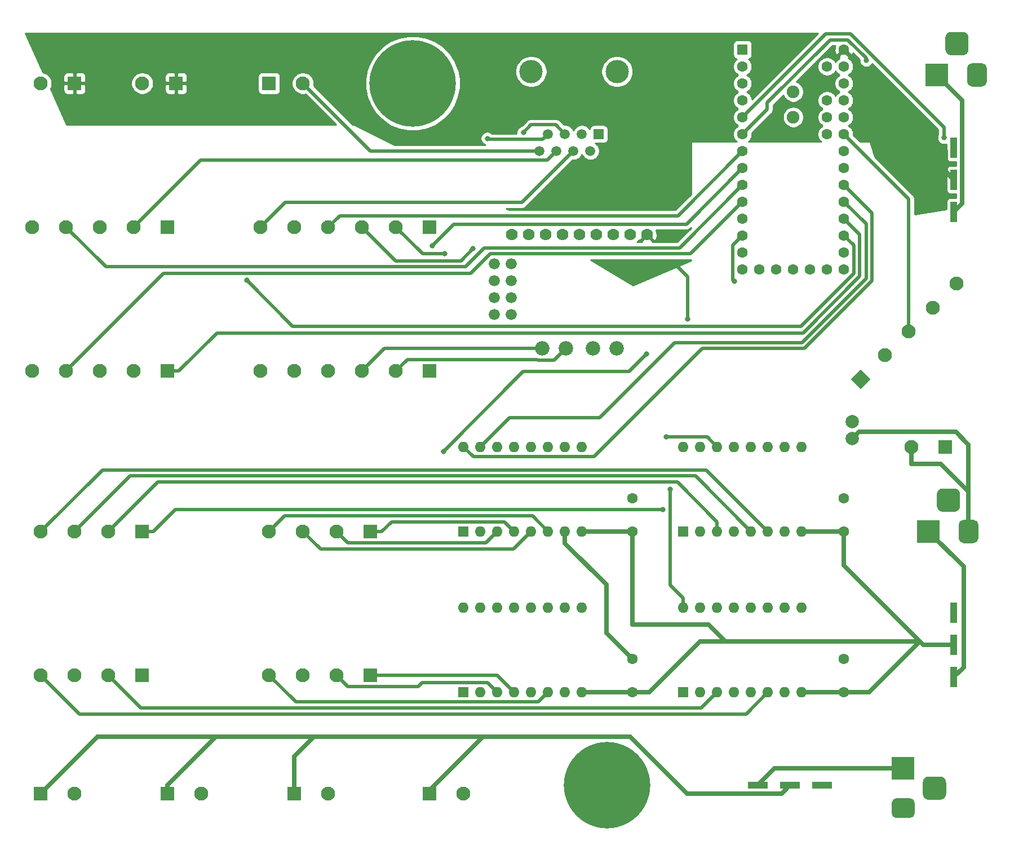
<source format=gtl>
G04 #@! TF.GenerationSoftware,KiCad,Pcbnew,5.1.6*
G04 #@! TF.CreationDate,2020-07-14T15:11:32-04:00*
G04 #@! TF.ProjectId,controller,636f6e74-726f-46c6-9c65-722e6b696361,rev?*
G04 #@! TF.SameCoordinates,Original*
G04 #@! TF.FileFunction,Copper,L1,Top*
G04 #@! TF.FilePolarity,Positive*
%FSLAX46Y46*%
G04 Gerber Fmt 4.6, Leading zero omitted, Abs format (unit mm)*
G04 Created by KiCad (PCBNEW 5.1.6) date 2020-07-14 15:11:32*
%MOMM*%
%LPD*%
G01*
G04 APERTURE LIST*
G04 #@! TA.AperFunction,ComponentPad*
%ADD10C,2.000000*%
G04 #@! TD*
G04 #@! TA.AperFunction,ComponentPad*
%ADD11C,0.100000*%
G04 #@! TD*
G04 #@! TA.AperFunction,ComponentPad*
%ADD12C,13.000000*%
G04 #@! TD*
G04 #@! TA.AperFunction,ComponentPad*
%ADD13C,1.676400*%
G04 #@! TD*
G04 #@! TA.AperFunction,ComponentPad*
%ADD14C,2.184400*%
G04 #@! TD*
G04 #@! TA.AperFunction,ComponentPad*
%ADD15C,1.778000*%
G04 #@! TD*
G04 #@! TA.AperFunction,ComponentPad*
%ADD16C,1.900000*%
G04 #@! TD*
G04 #@! TA.AperFunction,ComponentPad*
%ADD17R,1.600000X1.600000*%
G04 #@! TD*
G04 #@! TA.AperFunction,ComponentPad*
%ADD18C,1.600000*%
G04 #@! TD*
G04 #@! TA.AperFunction,ComponentPad*
%ADD19C,2.100000*%
G04 #@! TD*
G04 #@! TA.AperFunction,ComponentPad*
%ADD20R,2.100000X2.100000*%
G04 #@! TD*
G04 #@! TA.AperFunction,ComponentPad*
%ADD21O,1.600000X1.600000*%
G04 #@! TD*
G04 #@! TA.AperFunction,ComponentPad*
%ADD22C,1.500000*%
G04 #@! TD*
G04 #@! TA.AperFunction,ComponentPad*
%ADD23C,3.500000*%
G04 #@! TD*
G04 #@! TA.AperFunction,ComponentPad*
%ADD24R,1.500000X1.500000*%
G04 #@! TD*
G04 #@! TA.AperFunction,ComponentPad*
%ADD25R,3.500000X3.500000*%
G04 #@! TD*
G04 #@! TA.AperFunction,ViaPad*
%ADD26C,0.800000*%
G04 #@! TD*
G04 #@! TA.AperFunction,Conductor*
%ADD27C,0.700000*%
G04 #@! TD*
G04 #@! TA.AperFunction,Conductor*
%ADD28C,0.500000*%
G04 #@! TD*
G04 #@! TA.AperFunction,Conductor*
%ADD29C,0.254000*%
G04 #@! TD*
G04 APERTURE END LIST*
D10*
G04 #@! TO.P,JP1,2*
G04 #@! TO.N,GND*
X121920000Y-88900000D03*
G04 #@! TO.P,JP1,1*
G04 #@! TO.N,GND1*
X121920000Y-91440000D03*
G04 #@! TD*
G04 #@! TA.AperFunction,ComponentPad*
D11*
G04 #@! TO.P,SW12,3*
G04 #@! TO.N,N/C*
G36*
X118845000Y-144010000D02*
G01*
X115845000Y-144010000D01*
X115845000Y-143010000D01*
X118845000Y-143010000D01*
X118845000Y-144010000D01*
G37*
G04 #@! TD.AperFunction*
G04 #@! TA.AperFunction,ComponentPad*
G04 #@! TO.P,SW12,2*
G04 #@! TO.N,+12V*
G36*
X114020000Y-144010000D02*
G01*
X111020000Y-144010000D01*
X111020000Y-143010000D01*
X114020000Y-143010000D01*
X114020000Y-144010000D01*
G37*
G04 #@! TD.AperFunction*
G04 #@! TA.AperFunction,ComponentPad*
G04 #@! TO.P,SW12,1*
G04 #@! TO.N,Net-(12V1-Pad1)*
G36*
X109195000Y-144010000D02*
G01*
X106195000Y-144010000D01*
X106195000Y-143010000D01*
X109195000Y-143010000D01*
X109195000Y-144010000D01*
G37*
G04 #@! TD.AperFunction*
G04 #@! TD*
G04 #@! TA.AperFunction,ComponentPad*
G04 #@! TO.P,SW9,3*
G04 #@! TO.N,N/C*
G36*
X137660000Y-116105000D02*
G01*
X137660000Y-119105000D01*
X136660000Y-119105000D01*
X136660000Y-116105000D01*
X137660000Y-116105000D01*
G37*
G04 #@! TD.AperFunction*
G04 #@! TA.AperFunction,ComponentPad*
G04 #@! TO.P,SW9,2*
G04 #@! TO.N,+9V*
G36*
X137660000Y-120930000D02*
G01*
X137660000Y-123930000D01*
X136660000Y-123930000D01*
X136660000Y-120930000D01*
X137660000Y-120930000D01*
G37*
G04 #@! TD.AperFunction*
G04 #@! TA.AperFunction,ComponentPad*
G04 #@! TO.P,SW9,1*
G04 #@! TO.N,Net-(9V1-Pad1)*
G36*
X137660000Y-125755000D02*
G01*
X137660000Y-128755000D01*
X136660000Y-128755000D01*
X136660000Y-125755000D01*
X137660000Y-125755000D01*
G37*
G04 #@! TD.AperFunction*
G04 #@! TD*
G04 #@! TA.AperFunction,ComponentPad*
G04 #@! TO.P,SW5,3*
G04 #@! TO.N,N/C*
G36*
X137660000Y-46255000D02*
G01*
X137660000Y-49255000D01*
X136660000Y-49255000D01*
X136660000Y-46255000D01*
X137660000Y-46255000D01*
G37*
G04 #@! TD.AperFunction*
G04 #@! TA.AperFunction,ComponentPad*
G04 #@! TO.P,SW5,2*
G04 #@! TO.N,+5V*
G36*
X137660000Y-51080000D02*
G01*
X137660000Y-54080000D01*
X136660000Y-54080000D01*
X136660000Y-51080000D01*
X137660000Y-51080000D01*
G37*
G04 #@! TD.AperFunction*
G04 #@! TA.AperFunction,ComponentPad*
G04 #@! TO.P,SW5,1*
G04 #@! TO.N,Net-(5V1-Pad1)*
G36*
X137660000Y-55905000D02*
G01*
X137660000Y-58905000D01*
X136660000Y-58905000D01*
X136660000Y-55905000D01*
X137660000Y-55905000D01*
G37*
G04 #@! TD.AperFunction*
G04 #@! TD*
D12*
G04 #@! TO.P,mount1,1*
G04 #@! TO.N,N/C*
X55880000Y-38100000D03*
G04 #@! TD*
G04 #@! TO.P,mount2,1*
G04 #@! TO.N,N/C*
X85090000Y-143510000D03*
G04 #@! TD*
D13*
G04 #@! TO.P,U2,21*
G04 #@! TO.N,N/C*
X68148200Y-72821800D03*
G04 #@! TO.P,U2,20*
X70688200Y-72821800D03*
G04 #@! TO.P,U2,19*
X68148200Y-70281800D03*
G04 #@! TO.P,U2,18*
X70688200Y-70281800D03*
G04 #@! TO.P,U2,17*
X68148200Y-67741800D03*
G04 #@! TO.P,U2,16*
X70688200Y-67741800D03*
G04 #@! TO.P,U2,15*
X68148200Y-65201800D03*
G04 #@! TO.P,U2,14*
X70688200Y-65201800D03*
D14*
G04 #@! TO.P,U2,13*
G04 #@! TO.N,Net-(SoundVisionR1-Pad3)*
X75338200Y-77901800D03*
G04 #@! TO.P,U2,12*
G04 #@! TO.N,Net-(SoundVisionR1-Pad2)*
X78838200Y-77901800D03*
G04 #@! TO.P,U2,11*
G04 #@! TO.N,Net-(SoundVisionL1-Pad2)*
X82958200Y-77901800D03*
G04 #@! TO.P,U2,10*
G04 #@! TO.N,Net-(SoundVisionL1-Pad3)*
X86458210Y-77901800D03*
D15*
G04 #@! TO.P,U2,9*
G04 #@! TO.N,Net-(U2-Pad9)*
X70739000Y-60833000D03*
G04 #@! TO.P,U2,8*
G04 #@! TO.N,Net-(U2-Pad8)*
X73279000Y-60833000D03*
G04 #@! TO.P,U2,7*
G04 #@! TO.N,Net-(J2-Pad3)*
X75819000Y-60833000D03*
G04 #@! TO.P,U2,6*
G04 #@! TO.N,GND*
X78359000Y-60833000D03*
G04 #@! TO.P,U2,5*
X80899000Y-60833000D03*
G04 #@! TO.P,U2,4*
G04 #@! TO.N,Net-(J2-Pad2)*
X83439000Y-60833000D03*
G04 #@! TO.P,U2,3*
G04 #@! TO.N,Net-(U2-Pad3)*
X85979000Y-60833000D03*
G04 #@! TO.P,U2,2*
G04 #@! TO.N,GND*
X88519000Y-60833000D03*
G04 #@! TO.P,U2,1*
G04 #@! TO.N,+5V*
X91059000Y-60833000D03*
G04 #@! TD*
D16*
G04 #@! TO.P,U1,52*
G04 #@! TO.N,N/C*
X113030000Y-39370000D03*
X113030000Y-43180000D03*
D17*
G04 #@! TO.P,U1,1*
G04 #@! TO.N,GND*
X105410000Y-33020000D03*
D18*
G04 #@! TO.P,U1,2*
G04 #@! TO.N,Net-(U1-Pad2)*
X105410000Y-35560000D03*
G04 #@! TO.P,U1,3*
G04 #@! TO.N,Net-(U1-Pad3)*
X105410000Y-38100000D03*
G04 #@! TO.P,U1,4*
G04 #@! TO.N,Net-(U1-Pad4)*
X105410000Y-40640000D03*
G04 #@! TO.P,U1,5*
G04 #@! TO.N,Net-(U1-Pad5)*
X105410000Y-43180000D03*
G04 #@! TO.P,U1,6*
G04 #@! TO.N,Net-(U1-Pad6)*
X105410000Y-45720000D03*
G04 #@! TO.P,U1,7*
G04 #@! TO.N,Net-(SoundVisionL1-Pad4)*
X105410000Y-48260000D03*
G04 #@! TO.P,U1,8*
G04 #@! TO.N,Net-(SoundVisionR1-Pad4)*
X105410000Y-50800000D03*
G04 #@! TO.P,U1,9*
G04 #@! TO.N,Net-(ToHandleL1-Pad4)*
X105410000Y-53340000D03*
G04 #@! TO.P,U1,10*
G04 #@! TO.N,Net-(ToHandleR1-Pad4)*
X105410000Y-55880000D03*
G04 #@! TO.P,U1,11*
G04 #@! TO.N,Net-(MC-LeverL1-Pad15)*
X105410000Y-58420000D03*
G04 #@! TO.P,U1,12*
G04 #@! TO.N,Net-(MC-LeverL1-Pad16)*
X105410000Y-60960000D03*
G04 #@! TO.P,U1,13*
G04 #@! TO.N,Net-(MC-LeverR1-Pad15)*
X105410000Y-63500000D03*
G04 #@! TO.P,U1,37*
G04 #@! TO.N,Net-(U1-Pad37)*
X118110000Y-45720000D03*
G04 #@! TO.P,U1,36*
G04 #@! TO.N,Net-(U1-Pad36)*
X118110000Y-43180000D03*
G04 #@! TO.P,U1,35*
G04 #@! TO.N,Net-(U1-Pad35)*
X118110000Y-40640000D03*
G04 #@! TO.P,U1,34*
G04 #@! TO.N,Net-(U1-Pad34)*
X118110000Y-35560000D03*
G04 #@! TO.P,U1,33*
G04 #@! TO.N,+5V*
X120650000Y-33020000D03*
G04 #@! TO.P,U1,32*
G04 #@! TO.N,GND*
X120650000Y-35560000D03*
G04 #@! TO.P,U1,31*
G04 #@! TO.N,Net-(U1-Pad31)*
X120650000Y-38100000D03*
G04 #@! TO.P,U1,30*
G04 #@! TO.N,Net-(SoundVisionR1-Pad1)*
X120650000Y-40640000D03*
G04 #@! TO.P,U1,29*
G04 #@! TO.N,Net-(SoundVisionL1-Pad1)*
X120650000Y-43180000D03*
G04 #@! TO.P,U1,28*
G04 #@! TO.N,Net-(U1-Pad28)*
X120650000Y-45720000D03*
G04 #@! TO.P,U1,27*
G04 #@! TO.N,Net-(U1-Pad27)*
X120650000Y-48260000D03*
G04 #@! TO.P,U1,26*
G04 #@! TO.N,Net-(U1-Pad26)*
X120650000Y-50800000D03*
G04 #@! TO.P,U1,25*
G04 #@! TO.N,Net-(MC-SpoutR1-Pad16)*
X120650000Y-53340000D03*
G04 #@! TO.P,U1,24*
G04 #@! TO.N,Net-(MC-SpoutR1-Pad15)*
X120650000Y-55880000D03*
G04 #@! TO.P,U1,23*
G04 #@! TO.N,Net-(ToHandleR1-Pad1)*
X120650000Y-58420000D03*
G04 #@! TO.P,U1,22*
G04 #@! TO.N,Net-(ToHandleL1-Pad1)*
X120650000Y-60960000D03*
G04 #@! TO.P,U1,21*
G04 #@! TO.N,Net-(MC-SpoutL1-Pad16)*
X120650000Y-63500000D03*
G04 #@! TO.P,U1,14*
G04 #@! TO.N,Net-(MC-LeverR1-Pad16)*
X105410000Y-66040000D03*
G04 #@! TO.P,U1,15*
G04 #@! TO.N,Net-(U1-Pad15)*
X107950000Y-66040000D03*
G04 #@! TO.P,U1,16*
G04 #@! TO.N,Net-(U1-Pad16)*
X110490000Y-66040000D03*
G04 #@! TO.P,U1,20*
G04 #@! TO.N,Net-(MC-SpoutL1-Pad15)*
X120650000Y-66040000D03*
G04 #@! TO.P,U1,19*
G04 #@! TO.N,Net-(U1-Pad19)*
X118110000Y-66040000D03*
G04 #@! TO.P,U1,18*
G04 #@! TO.N,Net-(U1-Pad18)*
X115570000Y-66040000D03*
G04 #@! TO.P,U1,17*
G04 #@! TO.N,GND*
X113030000Y-66040000D03*
G04 #@! TD*
D19*
G04 #@! TO.P,ToHandleR1,5*
G04 #@! TO.N,GND*
X-1270000Y-81280000D03*
G04 #@! TO.P,ToHandleR1,4*
G04 #@! TO.N,Net-(ToHandleR1-Pad4)*
X3810000Y-81280000D03*
G04 #@! TO.P,ToHandleR1,3*
G04 #@! TO.N,GND*
X8890000Y-81280000D03*
G04 #@! TO.P,ToHandleR1,2*
G04 #@! TO.N,Net-(J2-Pad7)*
X13970000Y-81280000D03*
D20*
G04 #@! TO.P,ToHandleR1,1*
G04 #@! TO.N,Net-(ToHandleR1-Pad1)*
X19050000Y-81280000D03*
G04 #@! TD*
D19*
G04 #@! TO.P,ToHandleL1,5*
G04 #@! TO.N,GND*
X-1270000Y-59690000D03*
G04 #@! TO.P,ToHandleL1,4*
G04 #@! TO.N,Net-(ToHandleL1-Pad4)*
X3810000Y-59690000D03*
G04 #@! TO.P,ToHandleL1,3*
G04 #@! TO.N,GND*
X8890000Y-59690000D03*
G04 #@! TO.P,ToHandleL1,2*
G04 #@! TO.N,Net-(J2-Pad6)*
X13970000Y-59690000D03*
D20*
G04 #@! TO.P,ToHandleL1,1*
G04 #@! TO.N,Net-(ToHandleL1-Pad1)*
X19050000Y-59690000D03*
G04 #@! TD*
D19*
G04 #@! TO.P,sync_trigger_out1,5*
G04 #@! TO.N,Net-(U1-Pad5)*
X137558410Y-68181590D03*
G04 #@! TO.P,sync_trigger_out1,4*
G04 #@! TO.N,Net-(U1-Pad6)*
X133966307Y-71773693D03*
G04 #@! TO.P,sync_trigger_out1,3*
G04 #@! TO.N,Net-(U1-Pad28)*
X130374205Y-75365795D03*
G04 #@! TO.P,sync_trigger_out1,2*
G04 #@! TO.N,Net-(U1-Pad27)*
X126782102Y-78957898D03*
G04 #@! TA.AperFunction,ComponentPad*
D11*
G04 #@! TO.P,sync_trigger_out1,1*
G04 #@! TO.N,Net-(U1-Pad26)*
G36*
X123190000Y-84034924D02*
G01*
X121705076Y-82550000D01*
X123190000Y-81065076D01*
X124674924Y-82550000D01*
X123190000Y-84034924D01*
G37*
G04 #@! TD.AperFunction*
G04 #@! TD*
D19*
G04 #@! TO.P,SpoutR-ToMotor1,4*
G04 #@! TO.N,Net-(MC-SpoutR1-Pad6)*
X34290000Y-105410000D03*
G04 #@! TO.P,SpoutR-ToMotor1,3*
G04 #@! TO.N,Net-(MC-SpoutR1-Pad5)*
X39370000Y-105410000D03*
G04 #@! TO.P,SpoutR-ToMotor1,2*
G04 #@! TO.N,Net-(MC-SpoutR1-Pad3)*
X44450000Y-105410000D03*
D20*
G04 #@! TO.P,SpoutR-ToMotor1,1*
G04 #@! TO.N,Net-(MC-SpoutR1-Pad4)*
X49530000Y-105410000D03*
G04 #@! TD*
D19*
G04 #@! TO.P,SpoutL-ToMotor1,4*
G04 #@! TO.N,Net-(MC-SpoutL1-Pad6)*
X0Y-105410000D03*
G04 #@! TO.P,SpoutL-ToMotor1,3*
G04 #@! TO.N,Net-(MC-SpoutL1-Pad5)*
X5080000Y-105410000D03*
G04 #@! TO.P,SpoutL-ToMotor1,2*
G04 #@! TO.N,Net-(MC-SpoutL1-Pad3)*
X10160000Y-105410000D03*
D20*
G04 #@! TO.P,SpoutL-ToMotor1,1*
G04 #@! TO.N,Net-(MC-SpoutL1-Pad4)*
X15240000Y-105410000D03*
G04 #@! TD*
D19*
G04 #@! TO.P,SoundVisionR1,6*
G04 #@! TO.N,Net-(J2-Pad5)*
X33020000Y-81280000D03*
G04 #@! TO.P,SoundVisionR1,5*
G04 #@! TO.N,GND*
X38100000Y-81280000D03*
G04 #@! TO.P,SoundVisionR1,4*
G04 #@! TO.N,Net-(SoundVisionR1-Pad4)*
X43180000Y-81280000D03*
G04 #@! TO.P,SoundVisionR1,3*
G04 #@! TO.N,Net-(SoundVisionR1-Pad3)*
X48260000Y-81280000D03*
G04 #@! TO.P,SoundVisionR1,2*
G04 #@! TO.N,Net-(SoundVisionR1-Pad2)*
X53340000Y-81280000D03*
D20*
G04 #@! TO.P,SoundVisionR1,1*
G04 #@! TO.N,Net-(SoundVisionR1-Pad1)*
X58420000Y-81280000D03*
G04 #@! TD*
D19*
G04 #@! TO.P,SoundVisionL1,6*
G04 #@! TO.N,Net-(J2-Pad4)*
X33020000Y-59690000D03*
G04 #@! TO.P,SoundVisionL1,5*
G04 #@! TO.N,GND*
X38100000Y-59690000D03*
G04 #@! TO.P,SoundVisionL1,4*
G04 #@! TO.N,Net-(SoundVisionL1-Pad4)*
X43180000Y-59690000D03*
G04 #@! TO.P,SoundVisionL1,3*
G04 #@! TO.N,Net-(SoundVisionL1-Pad3)*
X48260000Y-59690000D03*
G04 #@! TO.P,SoundVisionL1,2*
G04 #@! TO.N,Net-(SoundVisionL1-Pad2)*
X53340000Y-59690000D03*
D20*
G04 #@! TO.P,SoundVisionL1,1*
G04 #@! TO.N,Net-(SoundVisionL1-Pad1)*
X58420000Y-59690000D03*
G04 #@! TD*
D21*
G04 #@! TO.P,MC-SpoutR1,16*
G04 #@! TO.N,Net-(MC-SpoutR1-Pad16)*
X63500000Y-92710000D03*
G04 #@! TO.P,MC-SpoutR1,8*
G04 #@! TO.N,+9V*
X81280000Y-105410000D03*
G04 #@! TO.P,MC-SpoutR1,15*
G04 #@! TO.N,Net-(MC-SpoutR1-Pad15)*
X66040000Y-92710000D03*
G04 #@! TO.P,MC-SpoutR1,7*
G04 #@! TO.N,GND1*
X78740000Y-105410000D03*
G04 #@! TO.P,MC-SpoutR1,14*
G04 #@! TO.N,+5V*
X68580000Y-92710000D03*
G04 #@! TO.P,MC-SpoutR1,6*
G04 #@! TO.N,Net-(MC-SpoutR1-Pad6)*
X76200000Y-105410000D03*
G04 #@! TO.P,MC-SpoutR1,13*
G04 #@! TO.N,Net-(MC-SpoutR1-Pad13)*
X71120000Y-92710000D03*
G04 #@! TO.P,MC-SpoutR1,5*
G04 #@! TO.N,Net-(MC-SpoutR1-Pad5)*
X73660000Y-105410000D03*
G04 #@! TO.P,MC-SpoutR1,12*
G04 #@! TO.N,Net-(MC-SpoutR1-Pad12)*
X73660000Y-92710000D03*
G04 #@! TO.P,MC-SpoutR1,4*
G04 #@! TO.N,Net-(MC-SpoutR1-Pad4)*
X71120000Y-105410000D03*
G04 #@! TO.P,MC-SpoutR1,11*
G04 #@! TO.N,Net-(MC-SpoutR1-Pad11)*
X76200000Y-92710000D03*
G04 #@! TO.P,MC-SpoutR1,3*
G04 #@! TO.N,Net-(MC-SpoutR1-Pad3)*
X68580000Y-105410000D03*
G04 #@! TO.P,MC-SpoutR1,10*
G04 #@! TO.N,Net-(MC-SpoutR1-Pad10)*
X78740000Y-92710000D03*
G04 #@! TO.P,MC-SpoutR1,2*
G04 #@! TO.N,Net-(MC-SpoutR1-Pad2)*
X66040000Y-105410000D03*
G04 #@! TO.P,MC-SpoutR1,9*
G04 #@! TO.N,Net-(MC-SpoutR1-Pad9)*
X81280000Y-92710000D03*
D17*
G04 #@! TO.P,MC-SpoutR1,1*
G04 #@! TO.N,GND*
X63500000Y-105410000D03*
G04 #@! TD*
D21*
G04 #@! TO.P,MC-SpoutL1,16*
G04 #@! TO.N,Net-(MC-SpoutL1-Pad16)*
X96520000Y-92710000D03*
G04 #@! TO.P,MC-SpoutL1,8*
G04 #@! TO.N,+9V*
X114300000Y-105410000D03*
G04 #@! TO.P,MC-SpoutL1,15*
G04 #@! TO.N,Net-(MC-SpoutL1-Pad15)*
X99060000Y-92710000D03*
G04 #@! TO.P,MC-SpoutL1,7*
G04 #@! TO.N,GND1*
X111760000Y-105410000D03*
G04 #@! TO.P,MC-SpoutL1,14*
G04 #@! TO.N,+5V*
X101600000Y-92710000D03*
G04 #@! TO.P,MC-SpoutL1,6*
G04 #@! TO.N,Net-(MC-SpoutL1-Pad6)*
X109220000Y-105410000D03*
G04 #@! TO.P,MC-SpoutL1,13*
G04 #@! TO.N,Net-(MC-SpoutL1-Pad13)*
X104140000Y-92710000D03*
G04 #@! TO.P,MC-SpoutL1,5*
G04 #@! TO.N,Net-(MC-SpoutL1-Pad5)*
X106680000Y-105410000D03*
G04 #@! TO.P,MC-SpoutL1,12*
G04 #@! TO.N,Net-(MC-SpoutL1-Pad12)*
X106680000Y-92710000D03*
G04 #@! TO.P,MC-SpoutL1,4*
G04 #@! TO.N,Net-(MC-SpoutL1-Pad4)*
X104140000Y-105410000D03*
G04 #@! TO.P,MC-SpoutL1,11*
G04 #@! TO.N,Net-(MC-SpoutL1-Pad11)*
X109220000Y-92710000D03*
G04 #@! TO.P,MC-SpoutL1,3*
G04 #@! TO.N,Net-(MC-SpoutL1-Pad3)*
X101600000Y-105410000D03*
G04 #@! TO.P,MC-SpoutL1,10*
G04 #@! TO.N,Net-(MC-SpoutL1-Pad10)*
X111760000Y-92710000D03*
G04 #@! TO.P,MC-SpoutL1,2*
G04 #@! TO.N,Net-(MC-SpoutL1-Pad2)*
X99060000Y-105410000D03*
G04 #@! TO.P,MC-SpoutL1,9*
G04 #@! TO.N,Net-(MC-SpoutL1-Pad9)*
X114300000Y-92710000D03*
D17*
G04 #@! TO.P,MC-SpoutL1,1*
G04 #@! TO.N,GND*
X96520000Y-105410000D03*
G04 #@! TD*
D21*
G04 #@! TO.P,MC-LeverR1,16*
G04 #@! TO.N,Net-(MC-LeverR1-Pad16)*
X63500000Y-116840000D03*
G04 #@! TO.P,MC-LeverR1,8*
G04 #@! TO.N,+9V*
X81280000Y-129540000D03*
G04 #@! TO.P,MC-LeverR1,15*
G04 #@! TO.N,Net-(MC-LeverR1-Pad15)*
X66040000Y-116840000D03*
G04 #@! TO.P,MC-LeverR1,7*
G04 #@! TO.N,GND1*
X78740000Y-129540000D03*
G04 #@! TO.P,MC-LeverR1,14*
G04 #@! TO.N,+5V*
X68580000Y-116840000D03*
G04 #@! TO.P,MC-LeverR1,6*
G04 #@! TO.N,Net-(HandleR-ToMotor1-Pad4)*
X76200000Y-129540000D03*
G04 #@! TO.P,MC-LeverR1,13*
G04 #@! TO.N,Net-(MC-LeverR1-Pad13)*
X71120000Y-116840000D03*
G04 #@! TO.P,MC-LeverR1,5*
G04 #@! TO.N,Net-(HandleR-ToMotor1-Pad3)*
X73660000Y-129540000D03*
G04 #@! TO.P,MC-LeverR1,12*
G04 #@! TO.N,Net-(MC-LeverR1-Pad12)*
X73660000Y-116840000D03*
G04 #@! TO.P,MC-LeverR1,4*
G04 #@! TO.N,Net-(HandleR-ToMotor1-Pad1)*
X71120000Y-129540000D03*
G04 #@! TO.P,MC-LeverR1,11*
G04 #@! TO.N,Net-(MC-LeverR1-Pad11)*
X76200000Y-116840000D03*
G04 #@! TO.P,MC-LeverR1,3*
G04 #@! TO.N,Net-(HandleR-ToMotor1-Pad2)*
X68580000Y-129540000D03*
G04 #@! TO.P,MC-LeverR1,10*
G04 #@! TO.N,Net-(MC-LeverR1-Pad10)*
X78740000Y-116840000D03*
G04 #@! TO.P,MC-LeverR1,2*
G04 #@! TO.N,Net-(MC-LeverR1-Pad2)*
X66040000Y-129540000D03*
G04 #@! TO.P,MC-LeverR1,9*
G04 #@! TO.N,Net-(MC-LeverR1-Pad9)*
X81280000Y-116840000D03*
D17*
G04 #@! TO.P,MC-LeverR1,1*
G04 #@! TO.N,GND*
X63500000Y-129540000D03*
G04 #@! TD*
D21*
G04 #@! TO.P,MC-LeverL1,16*
G04 #@! TO.N,Net-(MC-LeverL1-Pad16)*
X96520000Y-116840000D03*
G04 #@! TO.P,MC-LeverL1,8*
G04 #@! TO.N,+9V*
X114300000Y-129540000D03*
G04 #@! TO.P,MC-LeverL1,15*
G04 #@! TO.N,Net-(MC-LeverL1-Pad15)*
X99060000Y-116840000D03*
G04 #@! TO.P,MC-LeverL1,7*
G04 #@! TO.N,GND1*
X111760000Y-129540000D03*
G04 #@! TO.P,MC-LeverL1,14*
G04 #@! TO.N,+5V*
X101600000Y-116840000D03*
G04 #@! TO.P,MC-LeverL1,6*
G04 #@! TO.N,Net-(HandleL-ToMotor1-Pad4)*
X109220000Y-129540000D03*
G04 #@! TO.P,MC-LeverL1,13*
G04 #@! TO.N,Net-(MC-LeverL1-Pad13)*
X104140000Y-116840000D03*
G04 #@! TO.P,MC-LeverL1,5*
G04 #@! TO.N,Net-(HandleL-ToMotor1-Pad3)*
X106680000Y-129540000D03*
G04 #@! TO.P,MC-LeverL1,12*
G04 #@! TO.N,Net-(MC-LeverL1-Pad12)*
X106680000Y-116840000D03*
G04 #@! TO.P,MC-LeverL1,4*
G04 #@! TO.N,Net-(HandleL-ToMotor1-Pad1)*
X104140000Y-129540000D03*
G04 #@! TO.P,MC-LeverL1,11*
G04 #@! TO.N,Net-(MC-LeverL1-Pad11)*
X109220000Y-116840000D03*
G04 #@! TO.P,MC-LeverL1,3*
G04 #@! TO.N,Net-(HandleL-ToMotor1-Pad2)*
X101600000Y-129540000D03*
G04 #@! TO.P,MC-LeverL1,10*
G04 #@! TO.N,Net-(MC-LeverL1-Pad10)*
X111760000Y-116840000D03*
G04 #@! TO.P,MC-LeverL1,2*
G04 #@! TO.N,Net-(MC-LeverL1-Pad2)*
X99060000Y-129540000D03*
G04 #@! TO.P,MC-LeverL1,9*
G04 #@! TO.N,Net-(MC-LeverL1-Pad9)*
X114300000Y-116840000D03*
D17*
G04 #@! TO.P,MC-LeverL1,1*
G04 #@! TO.N,GND*
X96520000Y-129540000D03*
G04 #@! TD*
D19*
G04 #@! TO.P,J9V1,2*
G04 #@! TO.N,GND1*
X130810000Y-92710000D03*
D20*
G04 #@! TO.P,J9V1,1*
G04 #@! TO.N,+9V*
X135890000Y-92710000D03*
G04 #@! TD*
D19*
G04 #@! TO.P,J5V2,2*
G04 #@! TO.N,GND*
X15240000Y-38100000D03*
D20*
G04 #@! TO.P,J5V2,1*
G04 #@! TO.N,+5V*
X20320000Y-38100000D03*
G04 #@! TD*
D19*
G04 #@! TO.P,J5V1,2*
G04 #@! TO.N,GND*
X0Y-38100000D03*
D20*
G04 #@! TO.P,J5V1,1*
G04 #@! TO.N,+5V*
X5080000Y-38100000D03*
G04 #@! TD*
D19*
G04 #@! TO.P,J12V4,2*
G04 #@! TO.N,GND*
X5080000Y-144780000D03*
D20*
G04 #@! TO.P,J12V4,1*
G04 #@! TO.N,+12V*
X0Y-144780000D03*
G04 #@! TD*
D19*
G04 #@! TO.P,J12V3,2*
G04 #@! TO.N,GND*
X63500000Y-144780000D03*
D20*
G04 #@! TO.P,J12V3,1*
G04 #@! TO.N,+12V*
X58420000Y-144780000D03*
G04 #@! TD*
D19*
G04 #@! TO.P,J12V2,2*
G04 #@! TO.N,GND*
X43180000Y-144780000D03*
D20*
G04 #@! TO.P,J12V2,1*
G04 #@! TO.N,+12V*
X38100000Y-144780000D03*
G04 #@! TD*
D19*
G04 #@! TO.P,J12V1,2*
G04 #@! TO.N,GND*
X24130000Y-144780000D03*
D20*
G04 #@! TO.P,J12V1,1*
G04 #@! TO.N,+12V*
X19050000Y-144780000D03*
G04 #@! TD*
D22*
G04 #@! TO.P,J2,6*
G04 #@! TO.N,Net-(J2-Pad6)*
X77470000Y-48260000D03*
G04 #@! TO.P,J2,8*
G04 #@! TO.N,Net-(J2-Pad8)*
X74930000Y-48260000D03*
D23*
G04 #@! TO.P,J2,SH*
G04 #@! TO.N,N/C*
X86550000Y-36320000D03*
D22*
G04 #@! TO.P,J2,2*
G04 #@! TO.N,Net-(J2-Pad2)*
X82550000Y-48260000D03*
D24*
G04 #@! TO.P,J2,1*
G04 #@! TO.N,GND*
X83820000Y-45720000D03*
D22*
G04 #@! TO.P,J2,7*
G04 #@! TO.N,Net-(J2-Pad7)*
X76200000Y-45720000D03*
G04 #@! TO.P,J2,4*
G04 #@! TO.N,Net-(J2-Pad4)*
X80010000Y-48260000D03*
G04 #@! TO.P,J2,5*
G04 #@! TO.N,Net-(J2-Pad5)*
X78740000Y-45720000D03*
G04 #@! TO.P,J2,3*
G04 #@! TO.N,Net-(J2-Pad3)*
X81280000Y-45720000D03*
D23*
G04 #@! TO.P,J2,SH*
G04 #@! TO.N,N/C*
X73660000Y-36320000D03*
G04 #@! TD*
D19*
G04 #@! TO.P,HandleR-ToMotor1,4*
G04 #@! TO.N,Net-(HandleR-ToMotor1-Pad4)*
X34290000Y-127000000D03*
G04 #@! TO.P,HandleR-ToMotor1,3*
G04 #@! TO.N,Net-(HandleR-ToMotor1-Pad3)*
X39370000Y-127000000D03*
G04 #@! TO.P,HandleR-ToMotor1,2*
G04 #@! TO.N,Net-(HandleR-ToMotor1-Pad2)*
X44450000Y-127000000D03*
D20*
G04 #@! TO.P,HandleR-ToMotor1,1*
G04 #@! TO.N,Net-(HandleR-ToMotor1-Pad1)*
X49530000Y-127000000D03*
G04 #@! TD*
D19*
G04 #@! TO.P,HandleL-ToMotor1,4*
G04 #@! TO.N,Net-(HandleL-ToMotor1-Pad4)*
X0Y-127000000D03*
G04 #@! TO.P,HandleL-ToMotor1,3*
G04 #@! TO.N,Net-(HandleL-ToMotor1-Pad3)*
X5080000Y-127000000D03*
G04 #@! TO.P,HandleL-ToMotor1,2*
G04 #@! TO.N,Net-(HandleL-ToMotor1-Pad2)*
X10160000Y-127000000D03*
D20*
G04 #@! TO.P,HandleL-ToMotor1,1*
G04 #@! TO.N,Net-(HandleL-ToMotor1-Pad1)*
X15240000Y-127000000D03*
G04 #@! TD*
D19*
G04 #@! TO.P,distractor1,2*
G04 #@! TO.N,Net-(J2-Pad8)*
X39370000Y-38100000D03*
D20*
G04 #@! TO.P,distractor1,1*
G04 #@! TO.N,GND*
X34290000Y-38100000D03*
G04 #@! TD*
D18*
G04 #@! TO.P,C4,2*
G04 #@! TO.N,GND1*
X120650000Y-100410000D03*
G04 #@! TO.P,C4,1*
G04 #@! TO.N,+9V*
X120650000Y-105410000D03*
G04 #@! TD*
G04 #@! TO.P,C3,2*
G04 #@! TO.N,GND1*
X120650000Y-124540000D03*
G04 #@! TO.P,C3,1*
G04 #@! TO.N,+9V*
X120650000Y-129540000D03*
G04 #@! TD*
G04 #@! TO.P,C2,2*
G04 #@! TO.N,GND1*
X88900000Y-100410000D03*
G04 #@! TO.P,C2,1*
G04 #@! TO.N,+9V*
X88900000Y-105410000D03*
G04 #@! TD*
G04 #@! TO.P,C1,2*
G04 #@! TO.N,GND1*
X88900000Y-124540000D03*
G04 #@! TO.P,C1,1*
G04 #@! TO.N,+9V*
X88900000Y-129540000D03*
G04 #@! TD*
G04 #@! TO.P,9V1,3*
G04 #@! TO.N,N/C*
G04 #@! TA.AperFunction,ComponentPad*
G36*
G01*
X138100000Y-99835000D02*
X138100000Y-101585000D01*
G75*
G02*
X137225000Y-102460000I-875000J0D01*
G01*
X135475000Y-102460000D01*
G75*
G02*
X134600000Y-101585000I0J875000D01*
G01*
X134600000Y-99835000D01*
G75*
G02*
X135475000Y-98960000I875000J0D01*
G01*
X137225000Y-98960000D01*
G75*
G02*
X138100000Y-99835000I0J-875000D01*
G01*
G37*
G04 #@! TD.AperFunction*
G04 #@! TO.P,9V1,2*
G04 #@! TO.N,GND1*
G04 #@! TA.AperFunction,ComponentPad*
G36*
G01*
X140850000Y-104410000D02*
X140850000Y-106410000D01*
G75*
G02*
X140100000Y-107160000I-750000J0D01*
G01*
X138600000Y-107160000D01*
G75*
G02*
X137850000Y-106410000I0J750000D01*
G01*
X137850000Y-104410000D01*
G75*
G02*
X138600000Y-103660000I750000J0D01*
G01*
X140100000Y-103660000D01*
G75*
G02*
X140850000Y-104410000I0J-750000D01*
G01*
G37*
G04 #@! TD.AperFunction*
D25*
G04 #@! TO.P,9V1,1*
G04 #@! TO.N,Net-(9V1-Pad1)*
X133350000Y-105410000D03*
G04 #@! TD*
G04 #@! TO.P,5V1,3*
G04 #@! TO.N,N/C*
G04 #@! TA.AperFunction,ComponentPad*
G36*
G01*
X139370000Y-31255000D02*
X139370000Y-33005000D01*
G75*
G02*
X138495000Y-33880000I-875000J0D01*
G01*
X136745000Y-33880000D01*
G75*
G02*
X135870000Y-33005000I0J875000D01*
G01*
X135870000Y-31255000D01*
G75*
G02*
X136745000Y-30380000I875000J0D01*
G01*
X138495000Y-30380000D01*
G75*
G02*
X139370000Y-31255000I0J-875000D01*
G01*
G37*
G04 #@! TD.AperFunction*
G04 #@! TO.P,5V1,2*
G04 #@! TO.N,GND*
G04 #@! TA.AperFunction,ComponentPad*
G36*
G01*
X142120000Y-35830000D02*
X142120000Y-37830000D01*
G75*
G02*
X141370000Y-38580000I-750000J0D01*
G01*
X139870000Y-38580000D01*
G75*
G02*
X139120000Y-37830000I0J750000D01*
G01*
X139120000Y-35830000D01*
G75*
G02*
X139870000Y-35080000I750000J0D01*
G01*
X141370000Y-35080000D01*
G75*
G02*
X142120000Y-35830000I0J-750000D01*
G01*
G37*
G04 #@! TD.AperFunction*
G04 #@! TO.P,5V1,1*
G04 #@! TO.N,Net-(5V1-Pad1)*
X134620000Y-36830000D03*
G04 #@! TD*
G04 #@! TO.P,12V1,3*
G04 #@! TO.N,N/C*
G04 #@! TA.AperFunction,ComponentPad*
G36*
G01*
X135115000Y-145720000D02*
X133365000Y-145720000D01*
G75*
G02*
X132490000Y-144845000I0J875000D01*
G01*
X132490000Y-143095000D01*
G75*
G02*
X133365000Y-142220000I875000J0D01*
G01*
X135115000Y-142220000D01*
G75*
G02*
X135990000Y-143095000I0J-875000D01*
G01*
X135990000Y-144845000D01*
G75*
G02*
X135115000Y-145720000I-875000J0D01*
G01*
G37*
G04 #@! TD.AperFunction*
G04 #@! TO.P,12V1,2*
G04 #@! TO.N,GND*
G04 #@! TA.AperFunction,ComponentPad*
G36*
G01*
X130540000Y-148470000D02*
X128540000Y-148470000D01*
G75*
G02*
X127790000Y-147720000I0J750000D01*
G01*
X127790000Y-146220000D01*
G75*
G02*
X128540000Y-145470000I750000J0D01*
G01*
X130540000Y-145470000D01*
G75*
G02*
X131290000Y-146220000I0J-750000D01*
G01*
X131290000Y-147720000D01*
G75*
G02*
X130540000Y-148470000I-750000J0D01*
G01*
G37*
G04 #@! TD.AperFunction*
G04 #@! TO.P,12V1,1*
G04 #@! TO.N,Net-(12V1-Pad1)*
X129540000Y-140970000D03*
G04 #@! TD*
D26*
G04 #@! TO.N,+5V*
X93985700Y-91224500D03*
X97154900Y-73538900D03*
G04 #@! TO.N,Net-(J2-Pad7)*
X67078200Y-46373400D03*
G04 #@! TO.N,Net-(J2-Pad5)*
X72488500Y-45485100D03*
G04 #@! TO.N,Net-(MC-LeverL1-Pad16)*
X94581000Y-99056200D03*
X104152000Y-67865400D03*
G04 #@! TO.N,Net-(MC-LeverR1-Pad16)*
X60484300Y-93371200D03*
X91006000Y-78749800D03*
G04 #@! TO.N,Net-(MC-SpoutL1-Pad4)*
X93403400Y-102153000D03*
G04 #@! TO.N,Net-(SoundVisionL1-Pad3)*
X64935800Y-62926800D03*
G04 #@! TO.N,Net-(SoundVisionL1-Pad2)*
X60637800Y-63689300D03*
G04 #@! TO.N,Net-(SoundVisionR1-Pad4)*
X58768700Y-62481300D03*
G04 #@! TO.N,Net-(U1-Pad5)*
X135668000Y-46249800D03*
G04 #@! TO.N,Net-(U1-Pad6)*
X123993000Y-34640700D03*
G04 #@! TO.N,Net-(ToHandleL1-Pad1)*
X30932500Y-67687800D03*
G04 #@! TD*
D27*
G04 #@! TO.N,+12V*
X112520000Y-143510000D02*
X111270000Y-144760000D01*
X111270000Y-144760000D02*
X97070000Y-144760000D01*
X97070000Y-144760000D02*
X88570000Y-136260000D01*
X88570000Y-136260000D02*
X66410000Y-136260000D01*
X66410000Y-136260000D02*
X41010000Y-136260000D01*
X58420000Y-144780000D02*
X58420000Y-144250000D01*
X58420000Y-144250000D02*
X66410000Y-136260000D01*
X41010000Y-136260000D02*
X26300000Y-136260000D01*
X38100000Y-144780000D02*
X38100000Y-139170000D01*
X38100000Y-139170000D02*
X41010000Y-136260000D01*
X19050000Y-144780000D02*
X19050000Y-143510000D01*
X19050000Y-143510000D02*
X26300000Y-136260000D01*
X26300000Y-136260000D02*
X8520000Y-136260000D01*
X8520000Y-136260000D02*
X0Y-144780000D01*
G04 #@! TO.N,+5V*
X137160000Y-52580000D02*
X135910000Y-51330000D01*
X135910000Y-51330000D02*
X135910000Y-48280000D01*
X135910000Y-48280000D02*
X120650000Y-33020000D01*
D28*
X101600000Y-92710000D02*
X100114000Y-91224500D01*
X100114000Y-91224500D02*
X93985700Y-91224500D01*
X95320200Y-65299900D02*
X97154900Y-67134600D01*
X97154900Y-67134600D02*
X97154900Y-73538900D01*
D27*
G04 #@! TO.N,GND1*
X78740000Y-105410000D02*
X78740000Y-107160300D01*
X88900000Y-124540000D02*
X84992800Y-120632800D01*
X84992800Y-120632800D02*
X84992800Y-113413100D01*
X84992800Y-113413100D02*
X78740000Y-107160300D01*
X135221000Y-95250000D02*
X139350000Y-99379000D01*
X130810000Y-92710000D02*
X130810000Y-95250000D01*
X130810000Y-95250000D02*
X135221000Y-95250000D01*
X139350000Y-99379000D02*
X139350000Y-105410000D01*
X121920000Y-91440000D02*
X122920000Y-90440000D01*
X122920000Y-90440000D02*
X137430000Y-90440000D01*
X137430000Y-90440000D02*
X139350000Y-92360000D01*
X139350000Y-92360000D02*
X139350000Y-99379000D01*
G04 #@! TO.N,+9V*
X137160000Y-122430000D02*
X132590000Y-122430000D01*
X132590000Y-122430000D02*
X132080000Y-121920000D01*
X88900000Y-129540000D02*
X81280000Y-129540000D01*
X81280000Y-105410000D02*
X88900000Y-105410000D01*
X114300000Y-105410000D02*
X120650000Y-105410000D01*
X114300000Y-129540000D02*
X120650000Y-129540000D01*
X120650000Y-129540000D02*
X124460000Y-129540000D01*
X124460000Y-129540000D02*
X132080000Y-121920000D01*
X120650000Y-105410000D02*
X120650000Y-110490000D01*
X120650000Y-110490000D02*
X132080000Y-121920000D01*
X88900000Y-129540000D02*
X91440000Y-129540000D01*
X91440000Y-129540000D02*
X99060000Y-121920000D01*
X99060000Y-121920000D02*
X102870000Y-121920000D01*
X88900000Y-105410000D02*
X88900000Y-119380000D01*
X88900000Y-119380000D02*
X100330000Y-119380000D01*
X100330000Y-119380000D02*
X102870000Y-121920000D01*
X102870000Y-121920000D02*
X132080000Y-121920000D01*
D28*
G04 #@! TO.N,Net-(J2-Pad8)*
X74930000Y-48260000D02*
X49530000Y-48260000D01*
X49530000Y-48260000D02*
X39370000Y-38100000D01*
G04 #@! TO.N,Net-(HandleL-ToMotor1-Pad4)*
X109220000Y-129540000D02*
X105933000Y-132827000D01*
X105933000Y-132827000D02*
X5827200Y-132827000D01*
X5827200Y-132827000D02*
X0Y-127000000D01*
G04 #@! TO.N,Net-(HandleL-ToMotor1-Pad2)*
X101600000Y-129540000D02*
X99229400Y-131911000D01*
X99229400Y-131911000D02*
X15070600Y-131911000D01*
X15070600Y-131911000D02*
X10160000Y-127000000D01*
G04 #@! TO.N,Net-(HandleR-ToMotor1-Pad4)*
X76200000Y-129540000D02*
X74749600Y-130990000D01*
X74749600Y-130990000D02*
X38280400Y-130990000D01*
X38280400Y-130990000D02*
X34290000Y-127000000D01*
G04 #@! TO.N,Net-(HandleR-ToMotor1-Pad2)*
X68580000Y-129540000D02*
X67129600Y-128090000D01*
X67129600Y-128090000D02*
X57287100Y-128090000D01*
X57287100Y-128090000D02*
X56676300Y-128700000D01*
X56676300Y-128700000D02*
X46150400Y-128700000D01*
X46150400Y-128700000D02*
X44450000Y-127000000D01*
G04 #@! TO.N,Net-(HandleR-ToMotor1-Pad1)*
X71120000Y-129540000D02*
X68580000Y-127000000D01*
X68580000Y-127000000D02*
X49530000Y-127000000D01*
G04 #@! TO.N,Net-(J2-Pad6)*
X77470000Y-48260000D02*
X76069600Y-49660400D01*
X76069600Y-49660400D02*
X23999600Y-49660400D01*
X23999600Y-49660400D02*
X13970000Y-59690000D01*
G04 #@! TO.N,Net-(J2-Pad7)*
X76200000Y-45720000D02*
X75384500Y-46535500D01*
X75384500Y-46535500D02*
X67240300Y-46535500D01*
X67240300Y-46535500D02*
X67078200Y-46373400D01*
G04 #@! TO.N,Net-(J2-Pad4)*
X80010000Y-48260000D02*
X72268500Y-56001500D01*
X72268500Y-56001500D02*
X36708500Y-56001500D01*
X36708500Y-56001500D02*
X33020000Y-59690000D01*
G04 #@! TO.N,Net-(J2-Pad5)*
X72488500Y-45485100D02*
X73661500Y-44312100D01*
X73661500Y-44312100D02*
X77332100Y-44312100D01*
X77332100Y-44312100D02*
X78740000Y-45720000D01*
G04 #@! TO.N,Net-(MC-LeverL1-Pad16)*
X104152000Y-67865400D02*
X103960000Y-67672500D01*
X103960000Y-67672500D02*
X103960000Y-62410400D01*
X103960000Y-62410400D02*
X105410000Y-60960000D01*
X96520000Y-116840000D02*
X96520000Y-115390000D01*
X96520000Y-115390000D02*
X94581000Y-113451000D01*
X94581000Y-113451000D02*
X94581000Y-99056200D01*
G04 #@! TO.N,Net-(MC-LeverR1-Pad16)*
X60484300Y-93371200D02*
X72474000Y-81381500D01*
X72474000Y-81381500D02*
X88374300Y-81381500D01*
X88374300Y-81381500D02*
X91006000Y-78749800D01*
G04 #@! TO.N,Net-(MC-SpoutL1-Pad6)*
X109220000Y-105410000D02*
X99978600Y-96168600D01*
X99978600Y-96168600D02*
X9241400Y-96168600D01*
X9241400Y-96168600D02*
X0Y-105410000D01*
G04 #@! TO.N,Net-(MC-SpoutL1-Pad5)*
X5080000Y-105410000D02*
X13421000Y-97069000D01*
X13421000Y-97069000D02*
X98339000Y-97069000D01*
X98339000Y-97069000D02*
X106680000Y-105410000D01*
G04 #@! TO.N,Net-(MC-SpoutL1-Pad4)*
X15240000Y-105410000D02*
X16940300Y-105410000D01*
X16940300Y-105410000D02*
X20197200Y-102153000D01*
X20197200Y-102153000D02*
X93403400Y-102153000D01*
G04 #@! TO.N,Net-(MC-SpoutL1-Pad3)*
X101600000Y-105410000D02*
X101600000Y-103960000D01*
X101600000Y-103960000D02*
X95625000Y-97984700D01*
X95625000Y-97984700D02*
X17585300Y-97984700D01*
X17585300Y-97984700D02*
X10160000Y-105410000D01*
G04 #@! TO.N,Net-(MC-SpoutR1-Pad16)*
X63500000Y-92710000D02*
X64959600Y-94169600D01*
X64959600Y-94169600D02*
X83101500Y-94169600D01*
X83101500Y-94169600D02*
X99351500Y-77919600D01*
X99351500Y-77919600D02*
X114722000Y-77919600D01*
X114722000Y-77919600D02*
X124866000Y-67776200D01*
X124866000Y-67776200D02*
X124866000Y-57555500D01*
X124866000Y-57555500D02*
X120650000Y-53340000D01*
G04 #@! TO.N,Net-(MC-SpoutR1-Pad15)*
X66040000Y-92710000D02*
X70451300Y-88298700D01*
X70451300Y-88298700D02*
X83930600Y-88298700D01*
X83930600Y-88298700D02*
X95210100Y-77019200D01*
X95210100Y-77019200D02*
X114349000Y-77019200D01*
X114349000Y-77019200D02*
X123965000Y-67403300D01*
X123965000Y-67403300D02*
X123965000Y-59195100D01*
X123965000Y-59195100D02*
X120650000Y-55880000D01*
G04 #@! TO.N,Net-(MC-SpoutR1-Pad6)*
X34290000Y-105410000D02*
X36646500Y-103054000D01*
X36646500Y-103054000D02*
X73843500Y-103054000D01*
X73843500Y-103054000D02*
X76200000Y-105410000D01*
G04 #@! TO.N,Net-(MC-SpoutR1-Pad5)*
X73660000Y-105410000D02*
X70997800Y-108072000D01*
X70997800Y-108072000D02*
X42032200Y-108072000D01*
X42032200Y-108072000D02*
X39370000Y-105410000D01*
G04 #@! TO.N,Net-(MC-SpoutR1-Pad4)*
X71120000Y-105410000D02*
X69669600Y-103960000D01*
X69669600Y-103960000D02*
X52680700Y-103960000D01*
X52680700Y-103960000D02*
X51230300Y-105410000D01*
X51230300Y-105410000D02*
X49530000Y-105410000D01*
G04 #@! TO.N,Net-(MC-SpoutR1-Pad3)*
X68580000Y-105410000D02*
X66879600Y-107110000D01*
X66879600Y-107110000D02*
X46150400Y-107110000D01*
X46150400Y-107110000D02*
X44450000Y-105410000D01*
G04 #@! TO.N,Net-(SoundVisionL1-Pad4)*
X43180000Y-59690000D02*
X44884500Y-57985500D01*
X44884500Y-57985500D02*
X95684500Y-57985500D01*
X95684500Y-57985500D02*
X105410000Y-48260000D01*
G04 #@! TO.N,Net-(SoundVisionL1-Pad3)*
X48260000Y-59690000D02*
X53320500Y-64750500D01*
X53320500Y-64750500D02*
X63112100Y-64750500D01*
X63112100Y-64750500D02*
X64935800Y-62926800D01*
G04 #@! TO.N,Net-(SoundVisionL1-Pad2)*
X53340000Y-59690000D02*
X57339200Y-63689200D01*
X57339200Y-63689200D02*
X60637800Y-63689200D01*
X60637800Y-63689200D02*
X60637800Y-63689300D01*
G04 #@! TO.N,Net-(SoundVisionR1-Pad4)*
X105410000Y-50800000D02*
X96955300Y-59254700D01*
X96955300Y-59254700D02*
X61995300Y-59254700D01*
X61995300Y-59254700D02*
X58768700Y-62481300D01*
G04 #@! TO.N,Net-(SoundVisionR1-Pad3)*
X48260000Y-81280000D02*
X51638200Y-77901800D01*
X51638200Y-77901800D02*
X75338200Y-77901800D01*
G04 #@! TO.N,Net-(SoundVisionR1-Pad2)*
X53340000Y-81280000D02*
X55044100Y-79575900D01*
X55044100Y-79575900D02*
X74518200Y-79575900D01*
X74518200Y-79575900D02*
X74618800Y-79676500D01*
X74618800Y-79676500D02*
X77063500Y-79676500D01*
X77063500Y-79676500D02*
X78838200Y-77901800D01*
G04 #@! TO.N,Net-(U1-Pad5)*
X135668000Y-46249800D02*
X135668000Y-44689100D01*
X135668000Y-44689100D02*
X121621600Y-30642700D01*
X121621600Y-30642700D02*
X117947300Y-30642700D01*
X117947300Y-30642700D02*
X105410000Y-43180000D01*
G04 #@! TO.N,Net-(U1-Pad6)*
X123993000Y-34640700D02*
X123993000Y-34300700D01*
X123993000Y-34300700D02*
X121246100Y-31553800D01*
X121246100Y-31553800D02*
X118576900Y-31553800D01*
X118576900Y-31553800D02*
X109114000Y-41016700D01*
X109114000Y-41016700D02*
X109114000Y-42016000D01*
X109114000Y-42016000D02*
X105410000Y-45720000D01*
G04 #@! TO.N,Net-(U1-Pad28)*
X130374200Y-75365800D02*
X130374200Y-55444200D01*
X130374200Y-55444200D02*
X120650000Y-45720000D01*
G04 #@! TO.N,Net-(ToHandleL1-Pad4)*
X3810000Y-59690000D02*
X9778800Y-65658800D01*
X9778800Y-65658800D02*
X63792300Y-65658800D01*
X63792300Y-65658800D02*
X66638200Y-62812900D01*
X66638200Y-62812900D02*
X95937100Y-62812900D01*
X95937100Y-62812900D02*
X105410000Y-53340000D01*
G04 #@! TO.N,Net-(ToHandleL1-Pad1)*
X30932500Y-67687800D02*
X37833900Y-74589200D01*
X37833900Y-74589200D02*
X114203000Y-74589200D01*
X114203000Y-74589200D02*
X122114000Y-66678800D01*
X122114000Y-66678800D02*
X122114000Y-62423700D01*
X122114000Y-62423700D02*
X120650000Y-60960000D01*
G04 #@! TO.N,Net-(ToHandleR1-Pad4)*
X3810000Y-81280000D02*
X18452500Y-66637500D01*
X18452500Y-66637500D02*
X64607500Y-66637500D01*
X64607500Y-66637500D02*
X67531700Y-63713300D01*
X67531700Y-63713300D02*
X97576700Y-63713300D01*
X97576700Y-63713300D02*
X105410000Y-55880000D01*
G04 #@! TO.N,Net-(ToHandleR1-Pad1)*
X19050000Y-81280000D02*
X20750300Y-81280000D01*
X20750300Y-81280000D02*
X26448100Y-75582200D01*
X26448100Y-75582200D02*
X114484000Y-75582200D01*
X114484000Y-75582200D02*
X123027000Y-67038400D01*
X123027000Y-67038400D02*
X123027000Y-60797400D01*
X123027000Y-60797400D02*
X120650000Y-58420000D01*
D27*
G04 #@! TO.N,Net-(12V1-Pad1)*
X107695000Y-143510000D02*
X110235000Y-140970000D01*
X110235000Y-140970000D02*
X129540000Y-140970000D01*
G04 #@! TO.N,Net-(5V1-Pad1)*
X137160000Y-57405000D02*
X138410000Y-56155000D01*
X138410000Y-56155000D02*
X138410000Y-40620000D01*
X138410000Y-40620000D02*
X134620000Y-36830000D01*
G04 #@! TO.N,Net-(9V1-Pad1)*
X137160000Y-127255000D02*
X138610000Y-125805000D01*
X138610000Y-125805000D02*
X138610000Y-110670000D01*
X138610000Y-110670000D02*
X133350000Y-105410000D01*
G04 #@! TD*
D29*
G04 #@! TO.N,+5V*
G36*
X97663000Y-64686257D02*
G01*
X88910128Y-68437488D01*
X82602891Y-64598300D01*
X97533231Y-64598300D01*
X97576700Y-64602581D01*
X97620169Y-64598300D01*
X97620177Y-64598300D01*
X97663000Y-64594082D01*
X97663000Y-64686257D01*
G37*
X97663000Y-64686257D02*
X88910128Y-68437488D01*
X82602891Y-64598300D01*
X97533231Y-64598300D01*
X97576700Y-64602581D01*
X97620169Y-64598300D01*
X97620177Y-64598300D01*
X97663000Y-64594082D01*
X97663000Y-64686257D01*
G36*
X97663000Y-59835422D02*
G01*
X95570522Y-61927900D01*
X91923042Y-61927900D01*
X91935626Y-61889231D01*
X91059000Y-61012605D01*
X90182374Y-61889231D01*
X90194958Y-61927900D01*
X89579361Y-61927900D01*
X89702768Y-61804493D01*
X89808417Y-61646378D01*
X90002769Y-61709626D01*
X90879395Y-60833000D01*
X90865253Y-60818858D01*
X91044858Y-60639253D01*
X91059000Y-60653395D01*
X91073143Y-60639253D01*
X91252748Y-60818858D01*
X91238605Y-60833000D01*
X92115231Y-61709626D01*
X92368289Y-61627273D01*
X92498086Y-61356582D01*
X92572580Y-61065770D01*
X92588908Y-60766012D01*
X92546443Y-60468829D01*
X92446816Y-60185641D01*
X92422260Y-60139700D01*
X96911831Y-60139700D01*
X96955300Y-60143981D01*
X96998769Y-60139700D01*
X96998777Y-60139700D01*
X97128790Y-60126895D01*
X97295613Y-60076289D01*
X97449359Y-59994111D01*
X97584117Y-59883517D01*
X97611834Y-59849744D01*
X97663000Y-59798578D01*
X97663000Y-59835422D01*
G37*
X97663000Y-59835422D02*
X95570522Y-61927900D01*
X91923042Y-61927900D01*
X91935626Y-61889231D01*
X91059000Y-61012605D01*
X90182374Y-61889231D01*
X90194958Y-61927900D01*
X89579361Y-61927900D01*
X89702768Y-61804493D01*
X89808417Y-61646378D01*
X90002769Y-61709626D01*
X90879395Y-60833000D01*
X90865253Y-60818858D01*
X91044858Y-60639253D01*
X91059000Y-60653395D01*
X91073143Y-60639253D01*
X91252748Y-60818858D01*
X91238605Y-60833000D01*
X92115231Y-61709626D01*
X92368289Y-61627273D01*
X92498086Y-61356582D01*
X92572580Y-61065770D01*
X92588908Y-60766012D01*
X92546443Y-60468829D01*
X92446816Y-60185641D01*
X92422260Y-60139700D01*
X96911831Y-60139700D01*
X96955300Y-60143981D01*
X96998769Y-60139700D01*
X96998777Y-60139700D01*
X97128790Y-60126895D01*
X97295613Y-60076289D01*
X97449359Y-59994111D01*
X97584117Y-59883517D01*
X97611834Y-59849744D01*
X97663000Y-59798578D01*
X97663000Y-59835422D01*
G36*
X119292429Y-32533996D02*
G01*
X119223700Y-32808184D01*
X119209783Y-33090512D01*
X119251213Y-33370130D01*
X119346397Y-33636292D01*
X119413329Y-33761514D01*
X119657298Y-33833097D01*
X120470395Y-33020000D01*
X120456253Y-33005858D01*
X120635858Y-32826253D01*
X120650000Y-32840395D01*
X120664143Y-32826253D01*
X120843748Y-33005858D01*
X120829605Y-33020000D01*
X121642702Y-33833097D01*
X121886671Y-33761514D01*
X121988028Y-33547306D01*
X122961564Y-34520843D01*
X122958000Y-34538761D01*
X122958000Y-34742639D01*
X122997774Y-34942598D01*
X123075795Y-35130956D01*
X123189063Y-35300474D01*
X123333226Y-35444637D01*
X123502744Y-35557905D01*
X123691102Y-35635926D01*
X123891061Y-35675700D01*
X124094939Y-35675700D01*
X124294898Y-35635926D01*
X124483256Y-35557905D01*
X124652774Y-35444637D01*
X124796937Y-35300474D01*
X124889406Y-35162084D01*
X134783001Y-45055680D01*
X134783000Y-45711345D01*
X134750795Y-45759544D01*
X134672774Y-45947902D01*
X134633000Y-46147861D01*
X134633000Y-46351739D01*
X134672774Y-46551698D01*
X134750795Y-46740056D01*
X134864063Y-46909574D01*
X135008226Y-47053737D01*
X135177744Y-47167005D01*
X135366102Y-47245026D01*
X135566061Y-47284800D01*
X135769939Y-47284800D01*
X135969898Y-47245026D01*
X136021928Y-47223474D01*
X136021928Y-49255000D01*
X136034188Y-49379482D01*
X136070498Y-49499180D01*
X136129463Y-49609494D01*
X136208815Y-49706185D01*
X136305506Y-49785537D01*
X136415820Y-49844502D01*
X136535518Y-49880812D01*
X136660000Y-49893072D01*
X137425000Y-49893072D01*
X137425000Y-50441928D01*
X136660000Y-50441928D01*
X136535518Y-50454188D01*
X136415820Y-50490498D01*
X136305506Y-50549463D01*
X136208815Y-50628815D01*
X136129463Y-50725506D01*
X136070498Y-50835820D01*
X136034188Y-50955518D01*
X136021928Y-51080000D01*
X136021928Y-54080000D01*
X136034188Y-54204482D01*
X136070498Y-54324180D01*
X136129463Y-54434494D01*
X136208815Y-54531185D01*
X136305506Y-54610537D01*
X136415820Y-54669502D01*
X136535518Y-54705812D01*
X136660000Y-54718072D01*
X137425000Y-54718072D01*
X137425000Y-55266928D01*
X136660000Y-55266928D01*
X136535518Y-55279188D01*
X136415820Y-55315498D01*
X136305506Y-55374463D01*
X136208815Y-55453815D01*
X136129463Y-55550506D01*
X136070498Y-55660820D01*
X136034188Y-55780518D01*
X136021928Y-55905000D01*
X136021928Y-56999260D01*
X131259200Y-57793048D01*
X131259200Y-55487669D01*
X131263481Y-55444200D01*
X131259200Y-55400731D01*
X131259200Y-55400723D01*
X131246395Y-55270710D01*
X131206923Y-55140590D01*
X131195789Y-55103886D01*
X131113611Y-54950141D01*
X131030732Y-54849153D01*
X131030730Y-54849151D01*
X131003017Y-54815383D01*
X130969249Y-54787670D01*
X125305016Y-49123438D01*
X124580483Y-46949839D01*
X124570333Y-46927106D01*
X124555943Y-46906789D01*
X124537866Y-46889671D01*
X124516796Y-46876408D01*
X124493544Y-46867510D01*
X124460000Y-46863000D01*
X123044578Y-46863000D01*
X122078017Y-45896439D01*
X122085000Y-45861335D01*
X122085000Y-45578665D01*
X122029853Y-45301426D01*
X121921680Y-45040273D01*
X121764637Y-44805241D01*
X121564759Y-44605363D01*
X121332241Y-44450000D01*
X121564759Y-44294637D01*
X121764637Y-44094759D01*
X121921680Y-43859727D01*
X122029853Y-43598574D01*
X122085000Y-43321335D01*
X122085000Y-43038665D01*
X122029853Y-42761426D01*
X121921680Y-42500273D01*
X121764637Y-42265241D01*
X121564759Y-42065363D01*
X121332241Y-41910000D01*
X121564759Y-41754637D01*
X121764637Y-41554759D01*
X121921680Y-41319727D01*
X122029853Y-41058574D01*
X122085000Y-40781335D01*
X122085000Y-40498665D01*
X122029853Y-40221426D01*
X121921680Y-39960273D01*
X121764637Y-39725241D01*
X121564759Y-39525363D01*
X121332241Y-39370000D01*
X121564759Y-39214637D01*
X121764637Y-39014759D01*
X121921680Y-38779727D01*
X122029853Y-38518574D01*
X122085000Y-38241335D01*
X122085000Y-37958665D01*
X122029853Y-37681426D01*
X121921680Y-37420273D01*
X121764637Y-37185241D01*
X121564759Y-36985363D01*
X121332241Y-36830000D01*
X121564759Y-36674637D01*
X121764637Y-36474759D01*
X121921680Y-36239727D01*
X122029853Y-35978574D01*
X122085000Y-35701335D01*
X122085000Y-35418665D01*
X122029853Y-35141426D01*
X121921680Y-34880273D01*
X121764637Y-34645241D01*
X121564759Y-34445363D01*
X121330872Y-34289085D01*
X121391514Y-34256671D01*
X121463097Y-34012702D01*
X120650000Y-33199605D01*
X119836903Y-34012702D01*
X119908486Y-34256671D01*
X119972992Y-34287194D01*
X119970273Y-34288320D01*
X119735241Y-34445363D01*
X119535363Y-34645241D01*
X119380000Y-34877759D01*
X119224637Y-34645241D01*
X119024759Y-34445363D01*
X118789727Y-34288320D01*
X118528574Y-34180147D01*
X118251335Y-34125000D01*
X117968665Y-34125000D01*
X117691426Y-34180147D01*
X117430273Y-34288320D01*
X117195241Y-34445363D01*
X116995363Y-34645241D01*
X116838320Y-34880273D01*
X116730147Y-35141426D01*
X116675000Y-35418665D01*
X116675000Y-35701335D01*
X116730147Y-35978574D01*
X116838320Y-36239727D01*
X116995363Y-36474759D01*
X117195241Y-36674637D01*
X117430273Y-36831680D01*
X117691426Y-36939853D01*
X117968665Y-36995000D01*
X118251335Y-36995000D01*
X118528574Y-36939853D01*
X118789727Y-36831680D01*
X119024759Y-36674637D01*
X119224637Y-36474759D01*
X119380000Y-36242241D01*
X119535363Y-36474759D01*
X119735241Y-36674637D01*
X119967759Y-36830000D01*
X119735241Y-36985363D01*
X119535363Y-37185241D01*
X119378320Y-37420273D01*
X119270147Y-37681426D01*
X119215000Y-37958665D01*
X119215000Y-38241335D01*
X119270147Y-38518574D01*
X119378320Y-38779727D01*
X119535363Y-39014759D01*
X119735241Y-39214637D01*
X119967759Y-39370000D01*
X119735241Y-39525363D01*
X119535363Y-39725241D01*
X119380000Y-39957759D01*
X119224637Y-39725241D01*
X119024759Y-39525363D01*
X118789727Y-39368320D01*
X118528574Y-39260147D01*
X118251335Y-39205000D01*
X117968665Y-39205000D01*
X117691426Y-39260147D01*
X117430273Y-39368320D01*
X117195241Y-39525363D01*
X116995363Y-39725241D01*
X116838320Y-39960273D01*
X116730147Y-40221426D01*
X116675000Y-40498665D01*
X116675000Y-40781335D01*
X116730147Y-41058574D01*
X116838320Y-41319727D01*
X116995363Y-41554759D01*
X117195241Y-41754637D01*
X117427759Y-41910000D01*
X117195241Y-42065363D01*
X116995363Y-42265241D01*
X116838320Y-42500273D01*
X116730147Y-42761426D01*
X116675000Y-43038665D01*
X116675000Y-43321335D01*
X116730147Y-43598574D01*
X116838320Y-43859727D01*
X116995363Y-44094759D01*
X117195241Y-44294637D01*
X117427759Y-44450000D01*
X117195241Y-44605363D01*
X116995363Y-44805241D01*
X116838320Y-45040273D01*
X116730147Y-45301426D01*
X116675000Y-45578665D01*
X116675000Y-45861335D01*
X116730147Y-46138574D01*
X116838320Y-46399727D01*
X116995363Y-46634759D01*
X117195241Y-46834637D01*
X117237689Y-46863000D01*
X106282311Y-46863000D01*
X106324759Y-46834637D01*
X106524637Y-46634759D01*
X106681680Y-46399727D01*
X106789853Y-46138574D01*
X106845000Y-45861335D01*
X106845000Y-45578665D01*
X106838017Y-45543561D01*
X109357687Y-43023891D01*
X111445000Y-43023891D01*
X111445000Y-43336109D01*
X111505911Y-43642327D01*
X111625391Y-43930779D01*
X111798850Y-44190379D01*
X112019621Y-44411150D01*
X112279221Y-44584609D01*
X112567673Y-44704089D01*
X112873891Y-44765000D01*
X113186109Y-44765000D01*
X113492327Y-44704089D01*
X113780779Y-44584609D01*
X114040379Y-44411150D01*
X114261150Y-44190379D01*
X114434609Y-43930779D01*
X114554089Y-43642327D01*
X114615000Y-43336109D01*
X114615000Y-43023891D01*
X114554089Y-42717673D01*
X114434609Y-42429221D01*
X114261150Y-42169621D01*
X114040379Y-41948850D01*
X113780779Y-41775391D01*
X113492327Y-41655911D01*
X113186109Y-41595000D01*
X112873891Y-41595000D01*
X112567673Y-41655911D01*
X112279221Y-41775391D01*
X112019621Y-41948850D01*
X111798850Y-42169621D01*
X111625391Y-42429221D01*
X111505911Y-42717673D01*
X111445000Y-43023891D01*
X109357687Y-43023891D01*
X109709049Y-42672530D01*
X109742817Y-42644817D01*
X109853411Y-42510059D01*
X109935589Y-42356313D01*
X109986195Y-42189490D01*
X109999000Y-42059477D01*
X109999000Y-42059467D01*
X110003281Y-42016001D01*
X109999000Y-41972534D01*
X109999000Y-41383278D01*
X111518810Y-39863468D01*
X111625391Y-40120779D01*
X111798850Y-40380379D01*
X112019621Y-40601150D01*
X112279221Y-40774609D01*
X112567673Y-40894089D01*
X112873891Y-40955000D01*
X113186109Y-40955000D01*
X113492327Y-40894089D01*
X113780779Y-40774609D01*
X114040379Y-40601150D01*
X114261150Y-40380379D01*
X114434609Y-40120779D01*
X114554089Y-39832327D01*
X114615000Y-39526109D01*
X114615000Y-39213891D01*
X114554089Y-38907673D01*
X114434609Y-38619221D01*
X114261150Y-38359621D01*
X114040379Y-38138850D01*
X113780779Y-37965391D01*
X113523468Y-37858810D01*
X118943479Y-32438800D01*
X119337473Y-32438800D01*
X119292429Y-32533996D01*
G37*
X119292429Y-32533996D02*
X119223700Y-32808184D01*
X119209783Y-33090512D01*
X119251213Y-33370130D01*
X119346397Y-33636292D01*
X119413329Y-33761514D01*
X119657298Y-33833097D01*
X120470395Y-33020000D01*
X120456253Y-33005858D01*
X120635858Y-32826253D01*
X120650000Y-32840395D01*
X120664143Y-32826253D01*
X120843748Y-33005858D01*
X120829605Y-33020000D01*
X121642702Y-33833097D01*
X121886671Y-33761514D01*
X121988028Y-33547306D01*
X122961564Y-34520843D01*
X122958000Y-34538761D01*
X122958000Y-34742639D01*
X122997774Y-34942598D01*
X123075795Y-35130956D01*
X123189063Y-35300474D01*
X123333226Y-35444637D01*
X123502744Y-35557905D01*
X123691102Y-35635926D01*
X123891061Y-35675700D01*
X124094939Y-35675700D01*
X124294898Y-35635926D01*
X124483256Y-35557905D01*
X124652774Y-35444637D01*
X124796937Y-35300474D01*
X124889406Y-35162084D01*
X134783001Y-45055680D01*
X134783000Y-45711345D01*
X134750795Y-45759544D01*
X134672774Y-45947902D01*
X134633000Y-46147861D01*
X134633000Y-46351739D01*
X134672774Y-46551698D01*
X134750795Y-46740056D01*
X134864063Y-46909574D01*
X135008226Y-47053737D01*
X135177744Y-47167005D01*
X135366102Y-47245026D01*
X135566061Y-47284800D01*
X135769939Y-47284800D01*
X135969898Y-47245026D01*
X136021928Y-47223474D01*
X136021928Y-49255000D01*
X136034188Y-49379482D01*
X136070498Y-49499180D01*
X136129463Y-49609494D01*
X136208815Y-49706185D01*
X136305506Y-49785537D01*
X136415820Y-49844502D01*
X136535518Y-49880812D01*
X136660000Y-49893072D01*
X137425000Y-49893072D01*
X137425000Y-50441928D01*
X136660000Y-50441928D01*
X136535518Y-50454188D01*
X136415820Y-50490498D01*
X136305506Y-50549463D01*
X136208815Y-50628815D01*
X136129463Y-50725506D01*
X136070498Y-50835820D01*
X136034188Y-50955518D01*
X136021928Y-51080000D01*
X136021928Y-54080000D01*
X136034188Y-54204482D01*
X136070498Y-54324180D01*
X136129463Y-54434494D01*
X136208815Y-54531185D01*
X136305506Y-54610537D01*
X136415820Y-54669502D01*
X136535518Y-54705812D01*
X136660000Y-54718072D01*
X137425000Y-54718072D01*
X137425000Y-55266928D01*
X136660000Y-55266928D01*
X136535518Y-55279188D01*
X136415820Y-55315498D01*
X136305506Y-55374463D01*
X136208815Y-55453815D01*
X136129463Y-55550506D01*
X136070498Y-55660820D01*
X136034188Y-55780518D01*
X136021928Y-55905000D01*
X136021928Y-56999260D01*
X131259200Y-57793048D01*
X131259200Y-55487669D01*
X131263481Y-55444200D01*
X131259200Y-55400731D01*
X131259200Y-55400723D01*
X131246395Y-55270710D01*
X131206923Y-55140590D01*
X131195789Y-55103886D01*
X131113611Y-54950141D01*
X131030732Y-54849153D01*
X131030730Y-54849151D01*
X131003017Y-54815383D01*
X130969249Y-54787670D01*
X125305016Y-49123438D01*
X124580483Y-46949839D01*
X124570333Y-46927106D01*
X124555943Y-46906789D01*
X124537866Y-46889671D01*
X124516796Y-46876408D01*
X124493544Y-46867510D01*
X124460000Y-46863000D01*
X123044578Y-46863000D01*
X122078017Y-45896439D01*
X122085000Y-45861335D01*
X122085000Y-45578665D01*
X122029853Y-45301426D01*
X121921680Y-45040273D01*
X121764637Y-44805241D01*
X121564759Y-44605363D01*
X121332241Y-44450000D01*
X121564759Y-44294637D01*
X121764637Y-44094759D01*
X121921680Y-43859727D01*
X122029853Y-43598574D01*
X122085000Y-43321335D01*
X122085000Y-43038665D01*
X122029853Y-42761426D01*
X121921680Y-42500273D01*
X121764637Y-42265241D01*
X121564759Y-42065363D01*
X121332241Y-41910000D01*
X121564759Y-41754637D01*
X121764637Y-41554759D01*
X121921680Y-41319727D01*
X122029853Y-41058574D01*
X122085000Y-40781335D01*
X122085000Y-40498665D01*
X122029853Y-40221426D01*
X121921680Y-39960273D01*
X121764637Y-39725241D01*
X121564759Y-39525363D01*
X121332241Y-39370000D01*
X121564759Y-39214637D01*
X121764637Y-39014759D01*
X121921680Y-38779727D01*
X122029853Y-38518574D01*
X122085000Y-38241335D01*
X122085000Y-37958665D01*
X122029853Y-37681426D01*
X121921680Y-37420273D01*
X121764637Y-37185241D01*
X121564759Y-36985363D01*
X121332241Y-36830000D01*
X121564759Y-36674637D01*
X121764637Y-36474759D01*
X121921680Y-36239727D01*
X122029853Y-35978574D01*
X122085000Y-35701335D01*
X122085000Y-35418665D01*
X122029853Y-35141426D01*
X121921680Y-34880273D01*
X121764637Y-34645241D01*
X121564759Y-34445363D01*
X121330872Y-34289085D01*
X121391514Y-34256671D01*
X121463097Y-34012702D01*
X120650000Y-33199605D01*
X119836903Y-34012702D01*
X119908486Y-34256671D01*
X119972992Y-34287194D01*
X119970273Y-34288320D01*
X119735241Y-34445363D01*
X119535363Y-34645241D01*
X119380000Y-34877759D01*
X119224637Y-34645241D01*
X119024759Y-34445363D01*
X118789727Y-34288320D01*
X118528574Y-34180147D01*
X118251335Y-34125000D01*
X117968665Y-34125000D01*
X117691426Y-34180147D01*
X117430273Y-34288320D01*
X117195241Y-34445363D01*
X116995363Y-34645241D01*
X116838320Y-34880273D01*
X116730147Y-35141426D01*
X116675000Y-35418665D01*
X116675000Y-35701335D01*
X116730147Y-35978574D01*
X116838320Y-36239727D01*
X116995363Y-36474759D01*
X117195241Y-36674637D01*
X117430273Y-36831680D01*
X117691426Y-36939853D01*
X117968665Y-36995000D01*
X118251335Y-36995000D01*
X118528574Y-36939853D01*
X118789727Y-36831680D01*
X119024759Y-36674637D01*
X119224637Y-36474759D01*
X119380000Y-36242241D01*
X119535363Y-36474759D01*
X119735241Y-36674637D01*
X119967759Y-36830000D01*
X119735241Y-36985363D01*
X119535363Y-37185241D01*
X119378320Y-37420273D01*
X119270147Y-37681426D01*
X119215000Y-37958665D01*
X119215000Y-38241335D01*
X119270147Y-38518574D01*
X119378320Y-38779727D01*
X119535363Y-39014759D01*
X119735241Y-39214637D01*
X119967759Y-39370000D01*
X119735241Y-39525363D01*
X119535363Y-39725241D01*
X119380000Y-39957759D01*
X119224637Y-39725241D01*
X119024759Y-39525363D01*
X118789727Y-39368320D01*
X118528574Y-39260147D01*
X118251335Y-39205000D01*
X117968665Y-39205000D01*
X117691426Y-39260147D01*
X117430273Y-39368320D01*
X117195241Y-39525363D01*
X116995363Y-39725241D01*
X116838320Y-39960273D01*
X116730147Y-40221426D01*
X116675000Y-40498665D01*
X116675000Y-40781335D01*
X116730147Y-41058574D01*
X116838320Y-41319727D01*
X116995363Y-41554759D01*
X117195241Y-41754637D01*
X117427759Y-41910000D01*
X117195241Y-42065363D01*
X116995363Y-42265241D01*
X116838320Y-42500273D01*
X116730147Y-42761426D01*
X116675000Y-43038665D01*
X116675000Y-43321335D01*
X116730147Y-43598574D01*
X116838320Y-43859727D01*
X116995363Y-44094759D01*
X117195241Y-44294637D01*
X117427759Y-44450000D01*
X117195241Y-44605363D01*
X116995363Y-44805241D01*
X116838320Y-45040273D01*
X116730147Y-45301426D01*
X116675000Y-45578665D01*
X116675000Y-45861335D01*
X116730147Y-46138574D01*
X116838320Y-46399727D01*
X116995363Y-46634759D01*
X117195241Y-46834637D01*
X117237689Y-46863000D01*
X106282311Y-46863000D01*
X106324759Y-46834637D01*
X106524637Y-46634759D01*
X106681680Y-46399727D01*
X106789853Y-46138574D01*
X106845000Y-45861335D01*
X106845000Y-45578665D01*
X106838017Y-45543561D01*
X109357687Y-43023891D01*
X111445000Y-43023891D01*
X111445000Y-43336109D01*
X111505911Y-43642327D01*
X111625391Y-43930779D01*
X111798850Y-44190379D01*
X112019621Y-44411150D01*
X112279221Y-44584609D01*
X112567673Y-44704089D01*
X112873891Y-44765000D01*
X113186109Y-44765000D01*
X113492327Y-44704089D01*
X113780779Y-44584609D01*
X114040379Y-44411150D01*
X114261150Y-44190379D01*
X114434609Y-43930779D01*
X114554089Y-43642327D01*
X114615000Y-43336109D01*
X114615000Y-43023891D01*
X114554089Y-42717673D01*
X114434609Y-42429221D01*
X114261150Y-42169621D01*
X114040379Y-41948850D01*
X113780779Y-41775391D01*
X113492327Y-41655911D01*
X113186109Y-41595000D01*
X112873891Y-41595000D01*
X112567673Y-41655911D01*
X112279221Y-41775391D01*
X112019621Y-41948850D01*
X111798850Y-42169621D01*
X111625391Y-42429221D01*
X111505911Y-42717673D01*
X111445000Y-43023891D01*
X109357687Y-43023891D01*
X109709049Y-42672530D01*
X109742817Y-42644817D01*
X109853411Y-42510059D01*
X109935589Y-42356313D01*
X109986195Y-42189490D01*
X109999000Y-42059477D01*
X109999000Y-42059467D01*
X110003281Y-42016001D01*
X109999000Y-41972534D01*
X109999000Y-41383278D01*
X111518810Y-39863468D01*
X111625391Y-40120779D01*
X111798850Y-40380379D01*
X112019621Y-40601150D01*
X112279221Y-40774609D01*
X112567673Y-40894089D01*
X112873891Y-40955000D01*
X113186109Y-40955000D01*
X113492327Y-40894089D01*
X113780779Y-40774609D01*
X114040379Y-40601150D01*
X114261150Y-40380379D01*
X114434609Y-40120779D01*
X114554089Y-39832327D01*
X114615000Y-39526109D01*
X114615000Y-39213891D01*
X114554089Y-38907673D01*
X114434609Y-38619221D01*
X114261150Y-38359621D01*
X114040379Y-38138850D01*
X113780779Y-37965391D01*
X113523468Y-37858810D01*
X118943479Y-32438800D01*
X119337473Y-32438800D01*
X119292429Y-32533996D01*
G36*
X106844130Y-40494292D02*
G01*
X106789853Y-40221426D01*
X106681680Y-39960273D01*
X106524637Y-39725241D01*
X106324759Y-39525363D01*
X106092241Y-39370000D01*
X106324759Y-39214637D01*
X106524637Y-39014759D01*
X106681680Y-38779727D01*
X106789853Y-38518574D01*
X106845000Y-38241335D01*
X106845000Y-37958665D01*
X106789853Y-37681426D01*
X106681680Y-37420273D01*
X106524637Y-37185241D01*
X106324759Y-36985363D01*
X106092241Y-36830000D01*
X106324759Y-36674637D01*
X106524637Y-36474759D01*
X106681680Y-36239727D01*
X106789853Y-35978574D01*
X106845000Y-35701335D01*
X106845000Y-35418665D01*
X106789853Y-35141426D01*
X106681680Y-34880273D01*
X106524637Y-34645241D01*
X106326039Y-34446643D01*
X106334482Y-34445812D01*
X106454180Y-34409502D01*
X106564494Y-34350537D01*
X106661185Y-34271185D01*
X106740537Y-34174494D01*
X106799502Y-34064180D01*
X106835812Y-33944482D01*
X106848072Y-33820000D01*
X106848072Y-32220000D01*
X106835812Y-32095518D01*
X106799502Y-31975820D01*
X106740537Y-31865506D01*
X106661185Y-31768815D01*
X106564494Y-31689463D01*
X106454180Y-31630498D01*
X106334482Y-31594188D01*
X106210000Y-31581928D01*
X104610000Y-31581928D01*
X104485518Y-31594188D01*
X104365820Y-31630498D01*
X104255506Y-31689463D01*
X104158815Y-31768815D01*
X104079463Y-31865506D01*
X104020498Y-31975820D01*
X103984188Y-32095518D01*
X103971928Y-32220000D01*
X103971928Y-33820000D01*
X103984188Y-33944482D01*
X104020498Y-34064180D01*
X104079463Y-34174494D01*
X104158815Y-34271185D01*
X104255506Y-34350537D01*
X104365820Y-34409502D01*
X104485518Y-34445812D01*
X104493961Y-34446643D01*
X104295363Y-34645241D01*
X104138320Y-34880273D01*
X104030147Y-35141426D01*
X103975000Y-35418665D01*
X103975000Y-35701335D01*
X104030147Y-35978574D01*
X104138320Y-36239727D01*
X104295363Y-36474759D01*
X104495241Y-36674637D01*
X104727759Y-36830000D01*
X104495241Y-36985363D01*
X104295363Y-37185241D01*
X104138320Y-37420273D01*
X104030147Y-37681426D01*
X103975000Y-37958665D01*
X103975000Y-38241335D01*
X104030147Y-38518574D01*
X104138320Y-38779727D01*
X104295363Y-39014759D01*
X104495241Y-39214637D01*
X104727759Y-39370000D01*
X104495241Y-39525363D01*
X104295363Y-39725241D01*
X104138320Y-39960273D01*
X104030147Y-40221426D01*
X103975000Y-40498665D01*
X103975000Y-40781335D01*
X104030147Y-41058574D01*
X104138320Y-41319727D01*
X104295363Y-41554759D01*
X104495241Y-41754637D01*
X104727759Y-41910000D01*
X104495241Y-42065363D01*
X104295363Y-42265241D01*
X104138320Y-42500273D01*
X104030147Y-42761426D01*
X103975000Y-43038665D01*
X103975000Y-43321335D01*
X104030147Y-43598574D01*
X104138320Y-43859727D01*
X104295363Y-44094759D01*
X104495241Y-44294637D01*
X104727759Y-44450000D01*
X104495241Y-44605363D01*
X104295363Y-44805241D01*
X104138320Y-45040273D01*
X104030147Y-45301426D01*
X103975000Y-45578665D01*
X103975000Y-45861335D01*
X104030147Y-46138574D01*
X104138320Y-46399727D01*
X104295363Y-46634759D01*
X104495241Y-46834637D01*
X104537689Y-46863000D01*
X97790000Y-46863000D01*
X97765224Y-46865440D01*
X97741399Y-46872667D01*
X97719443Y-46884403D01*
X97700197Y-46900197D01*
X97684403Y-46919443D01*
X97672667Y-46941399D01*
X97665440Y-46965224D01*
X97663000Y-46990000D01*
X97663000Y-54755422D01*
X95317922Y-57100500D01*
X70285076Y-57100500D01*
X69933505Y-56886500D01*
X72225031Y-56886500D01*
X72268500Y-56890781D01*
X72311969Y-56886500D01*
X72311977Y-56886500D01*
X72441990Y-56873695D01*
X72608813Y-56823089D01*
X72762559Y-56740911D01*
X72897317Y-56630317D01*
X72925034Y-56596544D01*
X79876579Y-49645000D01*
X80146411Y-49645000D01*
X80413989Y-49591775D01*
X80666043Y-49487371D01*
X80892886Y-49335799D01*
X81085799Y-49142886D01*
X81237371Y-48916043D01*
X81280000Y-48813127D01*
X81322629Y-48916043D01*
X81474201Y-49142886D01*
X81667114Y-49335799D01*
X81893957Y-49487371D01*
X82146011Y-49591775D01*
X82413589Y-49645000D01*
X82686411Y-49645000D01*
X82953989Y-49591775D01*
X83206043Y-49487371D01*
X83432886Y-49335799D01*
X83625799Y-49142886D01*
X83777371Y-48916043D01*
X83881775Y-48663989D01*
X83935000Y-48396411D01*
X83935000Y-48123589D01*
X83881775Y-47856011D01*
X83777371Y-47603957D01*
X83625799Y-47377114D01*
X83432886Y-47184201D01*
X83318951Y-47108072D01*
X84570000Y-47108072D01*
X84694482Y-47095812D01*
X84814180Y-47059502D01*
X84924494Y-47000537D01*
X85021185Y-46921185D01*
X85100537Y-46824494D01*
X85159502Y-46714180D01*
X85195812Y-46594482D01*
X85208072Y-46470000D01*
X85208072Y-44970000D01*
X85195812Y-44845518D01*
X85159502Y-44725820D01*
X85100537Y-44615506D01*
X85021185Y-44518815D01*
X84924494Y-44439463D01*
X84814180Y-44380498D01*
X84694482Y-44344188D01*
X84570000Y-44331928D01*
X83070000Y-44331928D01*
X82945518Y-44344188D01*
X82825820Y-44380498D01*
X82715506Y-44439463D01*
X82618815Y-44518815D01*
X82539463Y-44615506D01*
X82480498Y-44725820D01*
X82444188Y-44845518D01*
X82433555Y-44953483D01*
X82355799Y-44837114D01*
X82162886Y-44644201D01*
X81936043Y-44492629D01*
X81683989Y-44388225D01*
X81416411Y-44335000D01*
X81143589Y-44335000D01*
X80876011Y-44388225D01*
X80623957Y-44492629D01*
X80397114Y-44644201D01*
X80204201Y-44837114D01*
X80052629Y-45063957D01*
X80010000Y-45166873D01*
X79967371Y-45063957D01*
X79815799Y-44837114D01*
X79622886Y-44644201D01*
X79396043Y-44492629D01*
X79143989Y-44388225D01*
X78876411Y-44335000D01*
X78606578Y-44335000D01*
X77988634Y-43717056D01*
X77960917Y-43683283D01*
X77826159Y-43572689D01*
X77672413Y-43490511D01*
X77505590Y-43439905D01*
X77375577Y-43427100D01*
X77375569Y-43427100D01*
X77332100Y-43422819D01*
X77288631Y-43427100D01*
X73704969Y-43427100D01*
X73661500Y-43422819D01*
X73618031Y-43427100D01*
X73618023Y-43427100D01*
X73488010Y-43439905D01*
X73321186Y-43490511D01*
X73167441Y-43572689D01*
X73066453Y-43655568D01*
X73066451Y-43655570D01*
X73032683Y-43683283D01*
X73004970Y-43717051D01*
X72243457Y-44478565D01*
X72186602Y-44489874D01*
X71998244Y-44567895D01*
X71828726Y-44681163D01*
X71684563Y-44825326D01*
X71571295Y-44994844D01*
X71493274Y-45183202D01*
X71453500Y-45383161D01*
X71453500Y-45587039D01*
X71466123Y-45650500D01*
X67819011Y-45650500D01*
X67737974Y-45569463D01*
X67568456Y-45456195D01*
X67380098Y-45378174D01*
X67180139Y-45338400D01*
X66976261Y-45338400D01*
X66776302Y-45378174D01*
X66587944Y-45456195D01*
X66418426Y-45569463D01*
X66274263Y-45713626D01*
X66160995Y-45883144D01*
X66082974Y-46071502D01*
X66043200Y-46271461D01*
X66043200Y-46475339D01*
X66082974Y-46675298D01*
X66160995Y-46863656D01*
X66274263Y-47033174D01*
X66418426Y-47177337D01*
X66587944Y-47290605D01*
X66776302Y-47368626D01*
X66808347Y-47375000D01*
X53123980Y-47375000D01*
X47046796Y-44336408D01*
X47023544Y-44327510D01*
X46990000Y-44323000D01*
X46844579Y-44323000D01*
X41010625Y-38489047D01*
X41055000Y-38265958D01*
X41055000Y-37934042D01*
X40990246Y-37608504D01*
X40902749Y-37397264D01*
X48745000Y-37397264D01*
X48745000Y-38802736D01*
X49019194Y-40181203D01*
X49557045Y-41479690D01*
X50337884Y-42648297D01*
X51331703Y-43642116D01*
X52500310Y-44422955D01*
X53798797Y-44960806D01*
X55177264Y-45235000D01*
X56582736Y-45235000D01*
X57961203Y-44960806D01*
X59259690Y-44422955D01*
X60428297Y-43642116D01*
X61422116Y-42648297D01*
X62202955Y-41479690D01*
X62740806Y-40181203D01*
X63015000Y-38802736D01*
X63015000Y-37397264D01*
X62753995Y-36085098D01*
X71275000Y-36085098D01*
X71275000Y-36554902D01*
X71366654Y-37015679D01*
X71546440Y-37449721D01*
X71807450Y-37840349D01*
X72139651Y-38172550D01*
X72530279Y-38433560D01*
X72964321Y-38613346D01*
X73425098Y-38705000D01*
X73894902Y-38705000D01*
X74355679Y-38613346D01*
X74789721Y-38433560D01*
X75180349Y-38172550D01*
X75512550Y-37840349D01*
X75773560Y-37449721D01*
X75953346Y-37015679D01*
X76045000Y-36554902D01*
X76045000Y-36085098D01*
X84165000Y-36085098D01*
X84165000Y-36554902D01*
X84256654Y-37015679D01*
X84436440Y-37449721D01*
X84697450Y-37840349D01*
X85029651Y-38172550D01*
X85420279Y-38433560D01*
X85854321Y-38613346D01*
X86315098Y-38705000D01*
X86784902Y-38705000D01*
X87245679Y-38613346D01*
X87679721Y-38433560D01*
X88070349Y-38172550D01*
X88402550Y-37840349D01*
X88663560Y-37449721D01*
X88843346Y-37015679D01*
X88935000Y-36554902D01*
X88935000Y-36085098D01*
X88843346Y-35624321D01*
X88663560Y-35190279D01*
X88402550Y-34799651D01*
X88070349Y-34467450D01*
X87679721Y-34206440D01*
X87245679Y-34026654D01*
X86784902Y-33935000D01*
X86315098Y-33935000D01*
X85854321Y-34026654D01*
X85420279Y-34206440D01*
X85029651Y-34467450D01*
X84697450Y-34799651D01*
X84436440Y-35190279D01*
X84256654Y-35624321D01*
X84165000Y-36085098D01*
X76045000Y-36085098D01*
X75953346Y-35624321D01*
X75773560Y-35190279D01*
X75512550Y-34799651D01*
X75180349Y-34467450D01*
X74789721Y-34206440D01*
X74355679Y-34026654D01*
X73894902Y-33935000D01*
X73425098Y-33935000D01*
X72964321Y-34026654D01*
X72530279Y-34206440D01*
X72139651Y-34467450D01*
X71807450Y-34799651D01*
X71546440Y-35190279D01*
X71366654Y-35624321D01*
X71275000Y-36085098D01*
X62753995Y-36085098D01*
X62740806Y-36018797D01*
X62202955Y-34720310D01*
X61422116Y-33551703D01*
X60428297Y-32557884D01*
X59259690Y-31777045D01*
X57961203Y-31239194D01*
X56582736Y-30965000D01*
X55177264Y-30965000D01*
X53798797Y-31239194D01*
X52500310Y-31777045D01*
X51331703Y-32557884D01*
X50337884Y-33551703D01*
X49557045Y-34720310D01*
X49019194Y-36018797D01*
X48745000Y-37397264D01*
X40902749Y-37397264D01*
X40863228Y-37301853D01*
X40678825Y-37025875D01*
X40444125Y-36791175D01*
X40168147Y-36606772D01*
X39861496Y-36479754D01*
X39535958Y-36415000D01*
X39204042Y-36415000D01*
X38878504Y-36479754D01*
X38571853Y-36606772D01*
X38295875Y-36791175D01*
X38061175Y-37025875D01*
X37876772Y-37301853D01*
X37749754Y-37608504D01*
X37685000Y-37934042D01*
X37685000Y-38265958D01*
X37749754Y-38591496D01*
X37876772Y-38898147D01*
X38061175Y-39174125D01*
X38295875Y-39408825D01*
X38571853Y-39593228D01*
X38878504Y-39720246D01*
X39204042Y-39785000D01*
X39535958Y-39785000D01*
X39759047Y-39740625D01*
X44341421Y-44323000D01*
X3891777Y-44323000D01*
X1540414Y-39150000D01*
X3391928Y-39150000D01*
X3404188Y-39274482D01*
X3440498Y-39394180D01*
X3499463Y-39504494D01*
X3578815Y-39601185D01*
X3675506Y-39680537D01*
X3785820Y-39739502D01*
X3905518Y-39775812D01*
X4030000Y-39788072D01*
X4794250Y-39785000D01*
X4953000Y-39626250D01*
X4953000Y-38227000D01*
X5207000Y-38227000D01*
X5207000Y-39626250D01*
X5365750Y-39785000D01*
X6130000Y-39788072D01*
X6254482Y-39775812D01*
X6374180Y-39739502D01*
X6484494Y-39680537D01*
X6581185Y-39601185D01*
X6660537Y-39504494D01*
X6719502Y-39394180D01*
X6755812Y-39274482D01*
X6768072Y-39150000D01*
X6765000Y-38385750D01*
X6606250Y-38227000D01*
X5207000Y-38227000D01*
X4953000Y-38227000D01*
X3553750Y-38227000D01*
X3395000Y-38385750D01*
X3391928Y-39150000D01*
X1540414Y-39150000D01*
X1453179Y-38958084D01*
X1493228Y-38898147D01*
X1620246Y-38591496D01*
X1685000Y-38265958D01*
X1685000Y-37934042D01*
X1620246Y-37608504D01*
X1493228Y-37301853D01*
X1324945Y-37050000D01*
X3391928Y-37050000D01*
X3395000Y-37814250D01*
X3553750Y-37973000D01*
X4953000Y-37973000D01*
X4953000Y-36573750D01*
X5207000Y-36573750D01*
X5207000Y-37973000D01*
X6606250Y-37973000D01*
X6645208Y-37934042D01*
X13555000Y-37934042D01*
X13555000Y-38265958D01*
X13619754Y-38591496D01*
X13746772Y-38898147D01*
X13931175Y-39174125D01*
X14165875Y-39408825D01*
X14441853Y-39593228D01*
X14748504Y-39720246D01*
X15074042Y-39785000D01*
X15405958Y-39785000D01*
X15731496Y-39720246D01*
X16038147Y-39593228D01*
X16314125Y-39408825D01*
X16548825Y-39174125D01*
X16564944Y-39150000D01*
X18631928Y-39150000D01*
X18644188Y-39274482D01*
X18680498Y-39394180D01*
X18739463Y-39504494D01*
X18818815Y-39601185D01*
X18915506Y-39680537D01*
X19025820Y-39739502D01*
X19145518Y-39775812D01*
X19270000Y-39788072D01*
X20034250Y-39785000D01*
X20193000Y-39626250D01*
X20193000Y-38227000D01*
X20447000Y-38227000D01*
X20447000Y-39626250D01*
X20605750Y-39785000D01*
X21370000Y-39788072D01*
X21494482Y-39775812D01*
X21614180Y-39739502D01*
X21724494Y-39680537D01*
X21821185Y-39601185D01*
X21900537Y-39504494D01*
X21959502Y-39394180D01*
X21995812Y-39274482D01*
X22008072Y-39150000D01*
X22005000Y-38385750D01*
X21846250Y-38227000D01*
X20447000Y-38227000D01*
X20193000Y-38227000D01*
X18793750Y-38227000D01*
X18635000Y-38385750D01*
X18631928Y-39150000D01*
X16564944Y-39150000D01*
X16733228Y-38898147D01*
X16860246Y-38591496D01*
X16925000Y-38265958D01*
X16925000Y-37934042D01*
X16860246Y-37608504D01*
X16733228Y-37301853D01*
X16564945Y-37050000D01*
X18631928Y-37050000D01*
X18635000Y-37814250D01*
X18793750Y-37973000D01*
X20193000Y-37973000D01*
X20193000Y-36573750D01*
X20447000Y-36573750D01*
X20447000Y-37973000D01*
X21846250Y-37973000D01*
X22005000Y-37814250D01*
X22008072Y-37050000D01*
X32601928Y-37050000D01*
X32601928Y-39150000D01*
X32614188Y-39274482D01*
X32650498Y-39394180D01*
X32709463Y-39504494D01*
X32788815Y-39601185D01*
X32885506Y-39680537D01*
X32995820Y-39739502D01*
X33115518Y-39775812D01*
X33240000Y-39788072D01*
X35340000Y-39788072D01*
X35464482Y-39775812D01*
X35584180Y-39739502D01*
X35694494Y-39680537D01*
X35791185Y-39601185D01*
X35870537Y-39504494D01*
X35929502Y-39394180D01*
X35965812Y-39274482D01*
X35978072Y-39150000D01*
X35978072Y-37050000D01*
X35965812Y-36925518D01*
X35929502Y-36805820D01*
X35870537Y-36695506D01*
X35791185Y-36598815D01*
X35694494Y-36519463D01*
X35584180Y-36460498D01*
X35464482Y-36424188D01*
X35340000Y-36411928D01*
X33240000Y-36411928D01*
X33115518Y-36424188D01*
X32995820Y-36460498D01*
X32885506Y-36519463D01*
X32788815Y-36598815D01*
X32709463Y-36695506D01*
X32650498Y-36805820D01*
X32614188Y-36925518D01*
X32601928Y-37050000D01*
X22008072Y-37050000D01*
X21995812Y-36925518D01*
X21959502Y-36805820D01*
X21900537Y-36695506D01*
X21821185Y-36598815D01*
X21724494Y-36519463D01*
X21614180Y-36460498D01*
X21494482Y-36424188D01*
X21370000Y-36411928D01*
X20605750Y-36415000D01*
X20447000Y-36573750D01*
X20193000Y-36573750D01*
X20034250Y-36415000D01*
X19270000Y-36411928D01*
X19145518Y-36424188D01*
X19025820Y-36460498D01*
X18915506Y-36519463D01*
X18818815Y-36598815D01*
X18739463Y-36695506D01*
X18680498Y-36805820D01*
X18644188Y-36925518D01*
X18631928Y-37050000D01*
X16564945Y-37050000D01*
X16548825Y-37025875D01*
X16314125Y-36791175D01*
X16038147Y-36606772D01*
X15731496Y-36479754D01*
X15405958Y-36415000D01*
X15074042Y-36415000D01*
X14748504Y-36479754D01*
X14441853Y-36606772D01*
X14165875Y-36791175D01*
X13931175Y-37025875D01*
X13746772Y-37301853D01*
X13619754Y-37608504D01*
X13555000Y-37934042D01*
X6645208Y-37934042D01*
X6765000Y-37814250D01*
X6768072Y-37050000D01*
X6755812Y-36925518D01*
X6719502Y-36805820D01*
X6660537Y-36695506D01*
X6581185Y-36598815D01*
X6484494Y-36519463D01*
X6374180Y-36460498D01*
X6254482Y-36424188D01*
X6130000Y-36411928D01*
X5365750Y-36415000D01*
X5207000Y-36573750D01*
X4953000Y-36573750D01*
X4794250Y-36415000D01*
X4030000Y-36411928D01*
X3905518Y-36424188D01*
X3785820Y-36460498D01*
X3675506Y-36519463D01*
X3578815Y-36598815D01*
X3499463Y-36695506D01*
X3440498Y-36805820D01*
X3404188Y-36925518D01*
X3391928Y-37050000D01*
X1324945Y-37050000D01*
X1308825Y-37025875D01*
X1074125Y-36791175D01*
X798147Y-36606772D01*
X491496Y-36479754D01*
X310281Y-36443708D01*
X-2342768Y-30607000D01*
X116731421Y-30607000D01*
X106844130Y-40494292D01*
G37*
X106844130Y-40494292D02*
X106789853Y-40221426D01*
X106681680Y-39960273D01*
X106524637Y-39725241D01*
X106324759Y-39525363D01*
X106092241Y-39370000D01*
X106324759Y-39214637D01*
X106524637Y-39014759D01*
X106681680Y-38779727D01*
X106789853Y-38518574D01*
X106845000Y-38241335D01*
X106845000Y-37958665D01*
X106789853Y-37681426D01*
X106681680Y-37420273D01*
X106524637Y-37185241D01*
X106324759Y-36985363D01*
X106092241Y-36830000D01*
X106324759Y-36674637D01*
X106524637Y-36474759D01*
X106681680Y-36239727D01*
X106789853Y-35978574D01*
X106845000Y-35701335D01*
X106845000Y-35418665D01*
X106789853Y-35141426D01*
X106681680Y-34880273D01*
X106524637Y-34645241D01*
X106326039Y-34446643D01*
X106334482Y-34445812D01*
X106454180Y-34409502D01*
X106564494Y-34350537D01*
X106661185Y-34271185D01*
X106740537Y-34174494D01*
X106799502Y-34064180D01*
X106835812Y-33944482D01*
X106848072Y-33820000D01*
X106848072Y-32220000D01*
X106835812Y-32095518D01*
X106799502Y-31975820D01*
X106740537Y-31865506D01*
X106661185Y-31768815D01*
X106564494Y-31689463D01*
X106454180Y-31630498D01*
X106334482Y-31594188D01*
X106210000Y-31581928D01*
X104610000Y-31581928D01*
X104485518Y-31594188D01*
X104365820Y-31630498D01*
X104255506Y-31689463D01*
X104158815Y-31768815D01*
X104079463Y-31865506D01*
X104020498Y-31975820D01*
X103984188Y-32095518D01*
X103971928Y-32220000D01*
X103971928Y-33820000D01*
X103984188Y-33944482D01*
X104020498Y-34064180D01*
X104079463Y-34174494D01*
X104158815Y-34271185D01*
X104255506Y-34350537D01*
X104365820Y-34409502D01*
X104485518Y-34445812D01*
X104493961Y-34446643D01*
X104295363Y-34645241D01*
X104138320Y-34880273D01*
X104030147Y-35141426D01*
X103975000Y-35418665D01*
X103975000Y-35701335D01*
X104030147Y-35978574D01*
X104138320Y-36239727D01*
X104295363Y-36474759D01*
X104495241Y-36674637D01*
X104727759Y-36830000D01*
X104495241Y-36985363D01*
X104295363Y-37185241D01*
X104138320Y-37420273D01*
X104030147Y-37681426D01*
X103975000Y-37958665D01*
X103975000Y-38241335D01*
X104030147Y-38518574D01*
X104138320Y-38779727D01*
X104295363Y-39014759D01*
X104495241Y-39214637D01*
X104727759Y-39370000D01*
X104495241Y-39525363D01*
X104295363Y-39725241D01*
X104138320Y-39960273D01*
X104030147Y-40221426D01*
X103975000Y-40498665D01*
X103975000Y-40781335D01*
X104030147Y-41058574D01*
X104138320Y-41319727D01*
X104295363Y-41554759D01*
X104495241Y-41754637D01*
X104727759Y-41910000D01*
X104495241Y-42065363D01*
X104295363Y-42265241D01*
X104138320Y-42500273D01*
X104030147Y-42761426D01*
X103975000Y-43038665D01*
X103975000Y-43321335D01*
X104030147Y-43598574D01*
X104138320Y-43859727D01*
X104295363Y-44094759D01*
X104495241Y-44294637D01*
X104727759Y-44450000D01*
X104495241Y-44605363D01*
X104295363Y-44805241D01*
X104138320Y-45040273D01*
X104030147Y-45301426D01*
X103975000Y-45578665D01*
X103975000Y-45861335D01*
X104030147Y-46138574D01*
X104138320Y-46399727D01*
X104295363Y-46634759D01*
X104495241Y-46834637D01*
X104537689Y-46863000D01*
X97790000Y-46863000D01*
X97765224Y-46865440D01*
X97741399Y-46872667D01*
X97719443Y-46884403D01*
X97700197Y-46900197D01*
X97684403Y-46919443D01*
X97672667Y-46941399D01*
X97665440Y-46965224D01*
X97663000Y-46990000D01*
X97663000Y-54755422D01*
X95317922Y-57100500D01*
X70285076Y-57100500D01*
X69933505Y-56886500D01*
X72225031Y-56886500D01*
X72268500Y-56890781D01*
X72311969Y-56886500D01*
X72311977Y-56886500D01*
X72441990Y-56873695D01*
X72608813Y-56823089D01*
X72762559Y-56740911D01*
X72897317Y-56630317D01*
X72925034Y-56596544D01*
X79876579Y-49645000D01*
X80146411Y-49645000D01*
X80413989Y-49591775D01*
X80666043Y-49487371D01*
X80892886Y-49335799D01*
X81085799Y-49142886D01*
X81237371Y-48916043D01*
X81280000Y-48813127D01*
X81322629Y-48916043D01*
X81474201Y-49142886D01*
X81667114Y-49335799D01*
X81893957Y-49487371D01*
X82146011Y-49591775D01*
X82413589Y-49645000D01*
X82686411Y-49645000D01*
X82953989Y-49591775D01*
X83206043Y-49487371D01*
X83432886Y-49335799D01*
X83625799Y-49142886D01*
X83777371Y-48916043D01*
X83881775Y-48663989D01*
X83935000Y-48396411D01*
X83935000Y-48123589D01*
X83881775Y-47856011D01*
X83777371Y-47603957D01*
X83625799Y-47377114D01*
X83432886Y-47184201D01*
X83318951Y-47108072D01*
X84570000Y-47108072D01*
X84694482Y-47095812D01*
X84814180Y-47059502D01*
X84924494Y-47000537D01*
X85021185Y-46921185D01*
X85100537Y-46824494D01*
X85159502Y-46714180D01*
X85195812Y-46594482D01*
X85208072Y-46470000D01*
X85208072Y-44970000D01*
X85195812Y-44845518D01*
X85159502Y-44725820D01*
X85100537Y-44615506D01*
X85021185Y-44518815D01*
X84924494Y-44439463D01*
X84814180Y-44380498D01*
X84694482Y-44344188D01*
X84570000Y-44331928D01*
X83070000Y-44331928D01*
X82945518Y-44344188D01*
X82825820Y-44380498D01*
X82715506Y-44439463D01*
X82618815Y-44518815D01*
X82539463Y-44615506D01*
X82480498Y-44725820D01*
X82444188Y-44845518D01*
X82433555Y-44953483D01*
X82355799Y-44837114D01*
X82162886Y-44644201D01*
X81936043Y-44492629D01*
X81683989Y-44388225D01*
X81416411Y-44335000D01*
X81143589Y-44335000D01*
X80876011Y-44388225D01*
X80623957Y-44492629D01*
X80397114Y-44644201D01*
X80204201Y-44837114D01*
X80052629Y-45063957D01*
X80010000Y-45166873D01*
X79967371Y-45063957D01*
X79815799Y-44837114D01*
X79622886Y-44644201D01*
X79396043Y-44492629D01*
X79143989Y-44388225D01*
X78876411Y-44335000D01*
X78606578Y-44335000D01*
X77988634Y-43717056D01*
X77960917Y-43683283D01*
X77826159Y-43572689D01*
X77672413Y-43490511D01*
X77505590Y-43439905D01*
X77375577Y-43427100D01*
X77375569Y-43427100D01*
X77332100Y-43422819D01*
X77288631Y-43427100D01*
X73704969Y-43427100D01*
X73661500Y-43422819D01*
X73618031Y-43427100D01*
X73618023Y-43427100D01*
X73488010Y-43439905D01*
X73321186Y-43490511D01*
X73167441Y-43572689D01*
X73066453Y-43655568D01*
X73066451Y-43655570D01*
X73032683Y-43683283D01*
X73004970Y-43717051D01*
X72243457Y-44478565D01*
X72186602Y-44489874D01*
X71998244Y-44567895D01*
X71828726Y-44681163D01*
X71684563Y-44825326D01*
X71571295Y-44994844D01*
X71493274Y-45183202D01*
X71453500Y-45383161D01*
X71453500Y-45587039D01*
X71466123Y-45650500D01*
X67819011Y-45650500D01*
X67737974Y-45569463D01*
X67568456Y-45456195D01*
X67380098Y-45378174D01*
X67180139Y-45338400D01*
X66976261Y-45338400D01*
X66776302Y-45378174D01*
X66587944Y-45456195D01*
X66418426Y-45569463D01*
X66274263Y-45713626D01*
X66160995Y-45883144D01*
X66082974Y-46071502D01*
X66043200Y-46271461D01*
X66043200Y-46475339D01*
X66082974Y-46675298D01*
X66160995Y-46863656D01*
X66274263Y-47033174D01*
X66418426Y-47177337D01*
X66587944Y-47290605D01*
X66776302Y-47368626D01*
X66808347Y-47375000D01*
X53123980Y-47375000D01*
X47046796Y-44336408D01*
X47023544Y-44327510D01*
X46990000Y-44323000D01*
X46844579Y-44323000D01*
X41010625Y-38489047D01*
X41055000Y-38265958D01*
X41055000Y-37934042D01*
X40990246Y-37608504D01*
X40902749Y-37397264D01*
X48745000Y-37397264D01*
X48745000Y-38802736D01*
X49019194Y-40181203D01*
X49557045Y-41479690D01*
X50337884Y-42648297D01*
X51331703Y-43642116D01*
X52500310Y-44422955D01*
X53798797Y-44960806D01*
X55177264Y-45235000D01*
X56582736Y-45235000D01*
X57961203Y-44960806D01*
X59259690Y-44422955D01*
X60428297Y-43642116D01*
X61422116Y-42648297D01*
X62202955Y-41479690D01*
X62740806Y-40181203D01*
X63015000Y-38802736D01*
X63015000Y-37397264D01*
X62753995Y-36085098D01*
X71275000Y-36085098D01*
X71275000Y-36554902D01*
X71366654Y-37015679D01*
X71546440Y-37449721D01*
X71807450Y-37840349D01*
X72139651Y-38172550D01*
X72530279Y-38433560D01*
X72964321Y-38613346D01*
X73425098Y-38705000D01*
X73894902Y-38705000D01*
X74355679Y-38613346D01*
X74789721Y-38433560D01*
X75180349Y-38172550D01*
X75512550Y-37840349D01*
X75773560Y-37449721D01*
X75953346Y-37015679D01*
X76045000Y-36554902D01*
X76045000Y-36085098D01*
X84165000Y-36085098D01*
X84165000Y-36554902D01*
X84256654Y-37015679D01*
X84436440Y-37449721D01*
X84697450Y-37840349D01*
X85029651Y-38172550D01*
X85420279Y-38433560D01*
X85854321Y-38613346D01*
X86315098Y-38705000D01*
X86784902Y-38705000D01*
X87245679Y-38613346D01*
X87679721Y-38433560D01*
X88070349Y-38172550D01*
X88402550Y-37840349D01*
X88663560Y-37449721D01*
X88843346Y-37015679D01*
X88935000Y-36554902D01*
X88935000Y-36085098D01*
X88843346Y-35624321D01*
X88663560Y-35190279D01*
X88402550Y-34799651D01*
X88070349Y-34467450D01*
X87679721Y-34206440D01*
X87245679Y-34026654D01*
X86784902Y-33935000D01*
X86315098Y-33935000D01*
X85854321Y-34026654D01*
X85420279Y-34206440D01*
X85029651Y-34467450D01*
X84697450Y-34799651D01*
X84436440Y-35190279D01*
X84256654Y-35624321D01*
X84165000Y-36085098D01*
X76045000Y-36085098D01*
X75953346Y-35624321D01*
X75773560Y-35190279D01*
X75512550Y-34799651D01*
X75180349Y-34467450D01*
X74789721Y-34206440D01*
X74355679Y-34026654D01*
X73894902Y-33935000D01*
X73425098Y-33935000D01*
X72964321Y-34026654D01*
X72530279Y-34206440D01*
X72139651Y-34467450D01*
X71807450Y-34799651D01*
X71546440Y-35190279D01*
X71366654Y-35624321D01*
X71275000Y-36085098D01*
X62753995Y-36085098D01*
X62740806Y-36018797D01*
X62202955Y-34720310D01*
X61422116Y-33551703D01*
X60428297Y-32557884D01*
X59259690Y-31777045D01*
X57961203Y-31239194D01*
X56582736Y-30965000D01*
X55177264Y-30965000D01*
X53798797Y-31239194D01*
X52500310Y-31777045D01*
X51331703Y-32557884D01*
X50337884Y-33551703D01*
X49557045Y-34720310D01*
X49019194Y-36018797D01*
X48745000Y-37397264D01*
X40902749Y-37397264D01*
X40863228Y-37301853D01*
X40678825Y-37025875D01*
X40444125Y-36791175D01*
X40168147Y-36606772D01*
X39861496Y-36479754D01*
X39535958Y-36415000D01*
X39204042Y-36415000D01*
X38878504Y-36479754D01*
X38571853Y-36606772D01*
X38295875Y-36791175D01*
X38061175Y-37025875D01*
X37876772Y-37301853D01*
X37749754Y-37608504D01*
X37685000Y-37934042D01*
X37685000Y-38265958D01*
X37749754Y-38591496D01*
X37876772Y-38898147D01*
X38061175Y-39174125D01*
X38295875Y-39408825D01*
X38571853Y-39593228D01*
X38878504Y-39720246D01*
X39204042Y-39785000D01*
X39535958Y-39785000D01*
X39759047Y-39740625D01*
X44341421Y-44323000D01*
X3891777Y-44323000D01*
X1540414Y-39150000D01*
X3391928Y-39150000D01*
X3404188Y-39274482D01*
X3440498Y-39394180D01*
X3499463Y-39504494D01*
X3578815Y-39601185D01*
X3675506Y-39680537D01*
X3785820Y-39739502D01*
X3905518Y-39775812D01*
X4030000Y-39788072D01*
X4794250Y-39785000D01*
X4953000Y-39626250D01*
X4953000Y-38227000D01*
X5207000Y-38227000D01*
X5207000Y-39626250D01*
X5365750Y-39785000D01*
X6130000Y-39788072D01*
X6254482Y-39775812D01*
X6374180Y-39739502D01*
X6484494Y-39680537D01*
X6581185Y-39601185D01*
X6660537Y-39504494D01*
X6719502Y-39394180D01*
X6755812Y-39274482D01*
X6768072Y-39150000D01*
X6765000Y-38385750D01*
X6606250Y-38227000D01*
X5207000Y-38227000D01*
X4953000Y-38227000D01*
X3553750Y-38227000D01*
X3395000Y-38385750D01*
X3391928Y-39150000D01*
X1540414Y-39150000D01*
X1453179Y-38958084D01*
X1493228Y-38898147D01*
X1620246Y-38591496D01*
X1685000Y-38265958D01*
X1685000Y-37934042D01*
X1620246Y-37608504D01*
X1493228Y-37301853D01*
X1324945Y-37050000D01*
X3391928Y-37050000D01*
X3395000Y-37814250D01*
X3553750Y-37973000D01*
X4953000Y-37973000D01*
X4953000Y-36573750D01*
X5207000Y-36573750D01*
X5207000Y-37973000D01*
X6606250Y-37973000D01*
X6645208Y-37934042D01*
X13555000Y-37934042D01*
X13555000Y-38265958D01*
X13619754Y-38591496D01*
X13746772Y-38898147D01*
X13931175Y-39174125D01*
X14165875Y-39408825D01*
X14441853Y-39593228D01*
X14748504Y-39720246D01*
X15074042Y-39785000D01*
X15405958Y-39785000D01*
X15731496Y-39720246D01*
X16038147Y-39593228D01*
X16314125Y-39408825D01*
X16548825Y-39174125D01*
X16564944Y-39150000D01*
X18631928Y-39150000D01*
X18644188Y-39274482D01*
X18680498Y-39394180D01*
X18739463Y-39504494D01*
X18818815Y-39601185D01*
X18915506Y-39680537D01*
X19025820Y-39739502D01*
X19145518Y-39775812D01*
X19270000Y-39788072D01*
X20034250Y-39785000D01*
X20193000Y-39626250D01*
X20193000Y-38227000D01*
X20447000Y-38227000D01*
X20447000Y-39626250D01*
X20605750Y-39785000D01*
X21370000Y-39788072D01*
X21494482Y-39775812D01*
X21614180Y-39739502D01*
X21724494Y-39680537D01*
X21821185Y-39601185D01*
X21900537Y-39504494D01*
X21959502Y-39394180D01*
X21995812Y-39274482D01*
X22008072Y-39150000D01*
X22005000Y-38385750D01*
X21846250Y-38227000D01*
X20447000Y-38227000D01*
X20193000Y-38227000D01*
X18793750Y-38227000D01*
X18635000Y-38385750D01*
X18631928Y-39150000D01*
X16564944Y-39150000D01*
X16733228Y-38898147D01*
X16860246Y-38591496D01*
X16925000Y-38265958D01*
X16925000Y-37934042D01*
X16860246Y-37608504D01*
X16733228Y-37301853D01*
X16564945Y-37050000D01*
X18631928Y-37050000D01*
X18635000Y-37814250D01*
X18793750Y-37973000D01*
X20193000Y-37973000D01*
X20193000Y-36573750D01*
X20447000Y-36573750D01*
X20447000Y-37973000D01*
X21846250Y-37973000D01*
X22005000Y-37814250D01*
X22008072Y-37050000D01*
X32601928Y-37050000D01*
X32601928Y-39150000D01*
X32614188Y-39274482D01*
X32650498Y-39394180D01*
X32709463Y-39504494D01*
X32788815Y-39601185D01*
X32885506Y-39680537D01*
X32995820Y-39739502D01*
X33115518Y-39775812D01*
X33240000Y-39788072D01*
X35340000Y-39788072D01*
X35464482Y-39775812D01*
X35584180Y-39739502D01*
X35694494Y-39680537D01*
X35791185Y-39601185D01*
X35870537Y-39504494D01*
X35929502Y-39394180D01*
X35965812Y-39274482D01*
X35978072Y-39150000D01*
X35978072Y-37050000D01*
X35965812Y-36925518D01*
X35929502Y-36805820D01*
X35870537Y-36695506D01*
X35791185Y-36598815D01*
X35694494Y-36519463D01*
X35584180Y-36460498D01*
X35464482Y-36424188D01*
X35340000Y-36411928D01*
X33240000Y-36411928D01*
X33115518Y-36424188D01*
X32995820Y-36460498D01*
X32885506Y-36519463D01*
X32788815Y-36598815D01*
X32709463Y-36695506D01*
X32650498Y-36805820D01*
X32614188Y-36925518D01*
X32601928Y-37050000D01*
X22008072Y-37050000D01*
X21995812Y-36925518D01*
X21959502Y-36805820D01*
X21900537Y-36695506D01*
X21821185Y-36598815D01*
X21724494Y-36519463D01*
X21614180Y-36460498D01*
X21494482Y-36424188D01*
X21370000Y-36411928D01*
X20605750Y-36415000D01*
X20447000Y-36573750D01*
X20193000Y-36573750D01*
X20034250Y-36415000D01*
X19270000Y-36411928D01*
X19145518Y-36424188D01*
X19025820Y-36460498D01*
X18915506Y-36519463D01*
X18818815Y-36598815D01*
X18739463Y-36695506D01*
X18680498Y-36805820D01*
X18644188Y-36925518D01*
X18631928Y-37050000D01*
X16564945Y-37050000D01*
X16548825Y-37025875D01*
X16314125Y-36791175D01*
X16038147Y-36606772D01*
X15731496Y-36479754D01*
X15405958Y-36415000D01*
X15074042Y-36415000D01*
X14748504Y-36479754D01*
X14441853Y-36606772D01*
X14165875Y-36791175D01*
X13931175Y-37025875D01*
X13746772Y-37301853D01*
X13619754Y-37608504D01*
X13555000Y-37934042D01*
X6645208Y-37934042D01*
X6765000Y-37814250D01*
X6768072Y-37050000D01*
X6755812Y-36925518D01*
X6719502Y-36805820D01*
X6660537Y-36695506D01*
X6581185Y-36598815D01*
X6484494Y-36519463D01*
X6374180Y-36460498D01*
X6254482Y-36424188D01*
X6130000Y-36411928D01*
X5365750Y-36415000D01*
X5207000Y-36573750D01*
X4953000Y-36573750D01*
X4794250Y-36415000D01*
X4030000Y-36411928D01*
X3905518Y-36424188D01*
X3785820Y-36460498D01*
X3675506Y-36519463D01*
X3578815Y-36598815D01*
X3499463Y-36695506D01*
X3440498Y-36805820D01*
X3404188Y-36925518D01*
X3391928Y-37050000D01*
X1324945Y-37050000D01*
X1308825Y-37025875D01*
X1074125Y-36791175D01*
X798147Y-36606772D01*
X491496Y-36479754D01*
X310281Y-36443708D01*
X-2342768Y-30607000D01*
X116731421Y-30607000D01*
X106844130Y-40494292D01*
G04 #@! TD*
M02*

</source>
